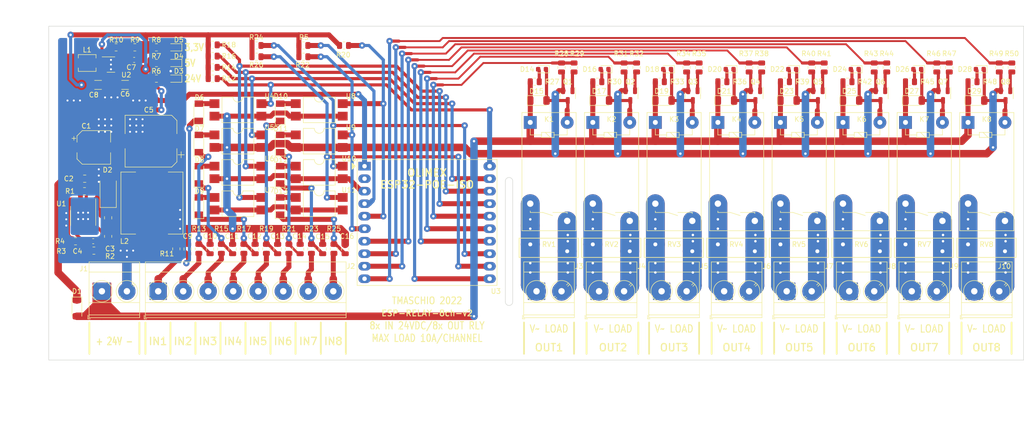
<source format=kicad_pcb>
(kicad_pcb (version 20240108) (generator "pcbnew") (generator_version "8.0")
  (title_block (title "ESP 8 Relay Module"))
  (layers (0 "F.Cu" signal) (31 "B.Cu" signal) (34 "B.Paste" user) (35 "F.Paste" user) (36 "B.SilkS" user "B.Silkscreen") (37 "F.SilkS" user "F.Silkscreen") (38 "B.Mask" user) (39 "F.Mask" user) (44 "Edge.Cuts" user))
  (net 0 "")
  (net 1 "GNDREF")
  (net 2 "+24V")
  (net 3 "+5V")
  (net 4 "IN1")
  (net 5 "IN2")
  (net 6 "IN3")
  (net 7 "IN4")
  (net 8 "IN5")
  (net 9 "IN6")
  (net 10 "Net-(C3-Pad2)")
  (net 11 "Net-(C4-Pad2)")
  (net 12 "Net-(C7-Pad2)")
  (net 13 "Net-(J2-Pad2)")
  (net 14 "Net-(J2-Pad1)")
  (net 15 "OUT1")
  (net 16 "OUT2")
  (net 17 "OUT3")
  (net 18 "OUT4")
  (net 19 "OUT5")
  (net 20 "OUT6")
  (net 21 "Net-(C3-Pad1)")
  (net 22 "Net-(C11-Pad1)")
  (net 23 "Net-(C12-Pad1)")
  (net 24 "Net-(Q1-Pad1)")
  (net 25 "Net-(Q2-Pad1)")
  (net 26 "Net-(Q3-Pad1)")
  (net 27 "Net-(Q4-Pad1)")
  (net 28 "Net-(Q5-Pad1)")
  (net 29 "Net-(Q6-Pad1)")
  (net 30 "Net-(C13-Pad1)")
  (net 31 "Net-(C15-Pad1)")
  (net 32 "Net-(C16-Pad1)")
  (net 33 "Net-(D3-Pad2)")
  (net 34 "Net-(D4-Pad2)")
  (net 35 "Net-(C9-Pad1)")
  (net 36 "Net-(D5-Pad2)")
  (net 37 "Net-(D6-Pad2)")
  (net 38 "Net-(D7-Pad2)")
  (net 39 "Net-(D8-Pad2)")
  (net 40 "Net-(D9-Pad2)")
  (net 41 "Net-(C10-Pad1)")
  (net 42 "Net-(D11-Pad2)")
  (net 43 "Net-(D13-Pad2)")
  (net 44 "+3.3V")
  (net 45 "Net-(D10-Pad2)")
  (net 46 "Net-(D16-Pad1)")
  (net 47 "Net-(D16-Pad2)")
  (net 48 "Net-(D18-Pad1)")
  (net 49 "Net-(D18-Pad2)")
  (net 50 "Net-(D24-Pad1)")
  (net 51 "Net-(J3-Pad2)")
  (net 52 "Net-(J3-Pad1)")
  (net 53 "Net-(J4-Pad2)")
  (net 54 "Net-(J4-Pad1)")
  (net 55 "Net-(J5-Pad1)")
  (net 56 "Net-(J5-Pad2)")
  (net 57 "Net-(J6-Pad2)")
  (net 58 "Net-(J6-Pad1)")
  (net 59 "Net-(J7-Pad1)")
  (net 60 "Net-(J7-Pad2)")
  (net 61 "Net-(C14-Pad1)")
  (net 62 "Net-(D24-Pad2)")
  (net 63 "+VReg")
  (net 64 "Net-(D26-Pad1)")
  (net 65 "Net-(D12-Pad2)")
  (net 66 "Net-(D14-Pad1)")
  (net 67 "Net-(D14-Pad2)")
  (net 68 "Net-(D20-Pad1)")
  (net 69 "Net-(D20-Pad2)")
  (net 70 "Net-(D22-Pad1)")
  (net 71 "Net-(D22-Pad2)")
  (net 72 "Net-(D28-Pad2)")
  (net 73 "Net-(J2-Pad3)")
  (net 74 "Net-(J2-Pad4)")
  (net 75 "Net-(J2-Pad5)")
  (net 76 "Net-(J2-Pad6)")
  (net 77 "Net-(J2-Pad7)")
  (net 78 "Net-(J2-Pad8)")
  (net 79 "Net-(J8-Pad1)")
  (net 80 "Net-(J8-Pad2)")
  (net 81 "Net-(J9-Pad1)")
  (net 82 "Net-(J9-Pad2)")
  (net 83 "Net-(J10-Pad1)")
  (net 84 "Net-(J10-Pad2)")
  (net 85 "Net-(L1-Pad1)")
  (net 86 "Net-(Q7-Pad1)")
  (net 87 "Net-(Q8-Pad1)")
  (net 88 "Net-(D26-Pad2)")
  (net 89 "IN7")
  (net 90 "IN8")
  (net 91 "Net-(D28-Pad1)")
  (net 92 "OUT7")
  (net 93 "Net-(R1-Pad2)")
  (net 94 "OUT8")
  (net 95 "Net-(R2-Pad2)")
  (net 96 "Net-(R5-Pad2)")
  (footprint "Tales:TerminalBlock_Phoenix_MKDS-3-2-5.08_1x02_P5.08mm_Horizontal" (layer "F.Cu") (at 163.83 118.11)
    (property "Reference" "J3")
    (property "Value" "OUT1")
  )
  (footprint "Tales:Relay_SPST_Omron-G5PZ-1A" (layer "F.Cu") (at 162.56 83.82 -90)
    (property "Reference" "K1")
    (property "Value" "G5PZ-1A")
  )
  (footprint "Tales:RV_Disc_D12mm_W3.9mm_P7.5mm" (layer "F.Cu") (at 162.56 108.585)
    (property "Reference" "RV1")
    (property "Value" "250VAC")
  )
  (footprint "Tales:TerminalBlock_Phoenix_MKDS-3-2-5.08_1x02_P5.08mm_Horizontal" (layer "F.Cu") (at 214.63 118.11)
    (property "Reference" "J7")
    (property "Value" "OUT5")
  )
  (footprint "Tales:TerminalBlock_Phoenix_MKDS-3-2-5.08_1x02_P5.08mm_Horizontal" (layer "F.Cu") (at 176.53 118.11)
    (property "Reference" "J4")
    (property "Value" "OUT2")
  )
  (footprint "Tales:TerminalBlock_Phoenix_MKDS-3-2-5.08_1x02_P5.08mm_Horizontal" (layer "F.Cu") (at 227.33 118.11)
    (property "Reference" "J8")
    (property "Value" "OUT6")
  )
  (footprint "Tales:TerminalBlock_Phoenix_MKDS-3-2-5.08_1x02_P5.08mm_Horizontal" (layer "F.Cu") (at 189.23 118.11)
    (property "Reference" "J5")
    (property "Value" "OUT3")
  )
  (footprint "Tales:TerminalBlock_Phoenix_MKDS-3-2-5.08_1x02_P5.08mm_Horizontal" (layer "F.Cu") (at 240.03 118.11)
    (property "Reference" "J9")
    (property "Value" "OUT7")
  )
  (footprint "Tales:Relay_SPST_Omron-G5PZ-1A" (layer "F.Cu") (at 213.36 83.82 -90)
    (property "Reference" "K5")
    (property "Value" "G5PZ-1A")
  )
  (footprint "Tales:Relay_SPST_Omron-G5PZ-1A" (layer "F.Cu") (at 175.26 83.82 -90)
    (property "Reference" "K2")
    (property "Value" "G5PZ-1A")
  )
  (footprint "Tales:Relay_SPST_Omron-G5PZ-1A" (layer "F.Cu") (at 226.06 83.82 -90)
    (property "Reference" "K6")
    (property "Value" "G5PZ-1A")
  )
  (footprint "Tales:Relay_SPST_Omron-G5PZ-1A" (layer "F.Cu") (at 187.96 83.82 -90)
    (property "Reference" "K3")
    (property "Value" "G5PZ-1A")
  )
  (footprint "Tales:Relay_SPST_Omron-G5PZ-1A" (layer "F.Cu") (at 238.76 83.82 -90)
    (property "Reference" "K7")
    (property "Value" "G5PZ-1A")
  )
  (footprint "Tales:RV_Disc_D12mm_W3.9mm_P7.5mm" (layer "F.Cu") (at 213.36 108.585)
    (property "Reference" "RV5")
    (property "Value" "250VAC")
  )
  (footprint "Tales:RV_Disc_D12mm_W3.9mm_P7.5mm" (layer "F.Cu") (at 175.26 108.585)
    (property "Reference" "RV2")
    (property "Value" "250VAC")
  )
  (footprint "Tales:RV_Disc_D12mm_W3.9mm_P7.5mm" (layer "F.Cu") (at 226.06 108.585)
    (property "Reference" "RV6")
    (property "Value" "250VAC")
  )
  (footprint "Tales:RV_Disc_D12mm_W3.9mm_P7.5mm" (layer "F.Cu") (at 187.96 108.585)
    (property "Reference" "RV3")
    (property "Value" "250VAC")
  )
  (footprint "Tales:RV_Disc_D12mm_W3.9mm_P7.5mm" (layer "F.Cu") (at 238.76 108.585)
    (property "Reference" "RV7")
    (property "Value" "250VAC")
  )
  (footprint "Tales:D_SOD-123" (layer "F.Cu") (at 164.21 79.375)
    (property "Reference" "D15")
    (property "Value" "1N4148/SOD-123")
  )
  (footprint "Tales:Olimex_ESP32-POE_Pads" (layer "F.Cu") (at 128.905 92.71)
    (property "Reference" "U3")
    (property "Value" "Olimex_ESP32-POE")
  )
  (footprint "Tales:LED_0603_1608Metric" (layer "F.Cu") (at 164.9475 73.025 180)
    (property "Reference" "D14")
    (property "Value" "BLUE/0603")
  )
  (footprint "Tales:LED_0603_1608Metric" (layer "F.Cu") (at 215.7475 73.025 180)
    (property "Reference" "D22")
    (property "Value" "BLUE/0603")
  )
  (footprint "Tales:D_SOD-123" (layer "F.Cu") (at 215.01 79.375)
    (property "Reference" "D23")
    (property "Value" "1N4148/SOD-123")
  )
  (footprint "Tales:LED_0603_1608Metric" (layer "F.Cu") (at 177.6475 73.025 180)
    (property "Reference" "D16")
    (property "Value" "BLUE/0603")
  )
  (footprint "Tales:D_SOD-123" (layer "F.Cu") (at 176.91 79.375)
    (property "Reference" "D17")
    (property "Value" "1N4148/SOD-123")
  )
  (footprint "Tales:LED_0603_1608Metric" (layer "F.Cu") (at 228.4475 73.025 180)
    (property "Reference" "D24")
    (property "Value" "BLUE/0603")
  )
  (footprint "Tales:D_SOD-123" (layer "F.Cu") (at 227.71 79.375)
    (property "Reference" "D25")
    (property "Value" "1N4148/SOD-123")
  )
  (footprint "Tales:LED_0603_1608Metric" (layer "F.Cu") (at 190.3475 73.025 180)
    (property "Reference" "D18")
    (property "Value" "BLUE/0603")
  )
  (footprint "Tales:D_SOD-123" (layer "F.Cu") (at 189.61 79.375)
    (property "Reference" "D19")
    (property "Value" "1N4148/SOD-123")
  )
  (footprint "Tales:LED_0603_1608Metric" (layer "F.Cu") (at 241.1475 73.025 180)
    (property "Reference" "D26")
    (property "Value" "BLUE/0603")
  )
  (footprint "Tales:D_SOD-123" (layer "F.Cu") (at 240.41 79.375)
    (property "Reference" "D27")
    (property "Value" "1N4148/SOD-123")
  )
  (footprint "Tales:R_0805_2012Metric" (layer "F.Cu") (at 214.2725 75.565)
    (property "Reference" "R39")
    (property "Value" "4k7/0,125W/0805")
  )
  (footprint "Tales:R_0805_2012Metric" (layer "F.Cu") (at 176.1725 75.565)
    (property "Reference" "R30")
    (property "Value" "4k7/0,125W/0805")
  )
  (footprint "Tales:R_0805_2012Metric" (layer "F.Cu") (at 226.9725 75.565)
    (property "Reference" "R42")
    (property "Value" "4k7/0,125W/0805")
  )
  (footprint "Tales:R_0805_2012Metric" (layer "F.Cu") (at 188.8725 75.565)
    (property "Reference" "R33")
    (property "Value" "4k7/0,125W/0805")
  )
  (footprint "Tales:R_0805_2012Metric" (layer "F.Cu") (at 239.6725 75.565)
    (property "Reference" "R45")
    (property "Value" "4k7/0,125W/0805")
  )
  (footprint "Tales:R_0805_2012Metric" (layer "F.Cu") (at 171.45 72.6675 90)
    (property "Reference" "R29")
    (property "Value" "1k/0,125W/0805")
  )
  (footprint "Tales:R_0805_2012Metric" (layer "F.Cu") (at 222.25 72.6675 90)
    (property "Reference" "R41")
    (property "Value" "1k/0,125W/0805")
  )
  (footprint "Tales:R_0805_2012Metric" (layer "F.Cu") (at 184.15 72.6675 90)
    (property "Reference" "R32")
    (property "Value" "1k/0,125W/0805")
  )
  (footprint "Tales:R_0805_2012Metric" (layer "F.Cu") (at 234.95 72.6675 90)
    (property "Reference" "R44")
    (property "Value" "1k/0,125W/0805")
  )
  (footprint "Tales:R_0805_2012Metric" (layer "F.Cu") (at 196.85 72.6675 90)
    (property "Reference" "R35")
    (property "Value" "1k/0,125W/0805")
  )
  (footprint "Tales:R_0805_2012Metric" (layer "F.Cu") (at 247.65 72.6675 90)
    (property "Reference" "R47")
    (property "Value" "1k/0,125W/0805")
  )
  (footprint "Tales:R_0805_2012Metric" (layer "F.Cu") (at 163.4725 75.565)
    (property "Reference" "R27")
    (property "Value" "4k7/0,125W/0805")
  )
  (footprint "Tales:SOT-23" (layer "F.Cu") (at 233.68 78.375 -90)
    (property "Reference" "Q6")
    (property "Value" "MMBT2222A/SOT-23-3")
  )
  (footprint "Tales:D_MiniMELF" (layer "F.Cu") (at 111.765 100.81 90)
    (property "Reference" "D13")
    (property "Value" "9V1/500mW")
  )
  (footprint "Tales:RV_Disc_D12mm_W3.9mm_P7.5mm" (layer "F.Cu") (at 251.46 108.585)
    (property "Reference" "RV8")
    (property "Value" "250VAC")
  )
  (footprint "Tales:R_0805_2012Metric" (layer "F.Cu") (at 95.255 109.4975 -90)
    (property "Reference" "R13")
    (property "Value" "1k2/0,125W/0805")
  )
  (footprint "Tales:R_0805_2012Metric" (layer "F.Cu") (at 106.9625 70.485)
    (property "Reference" "R26")
    (property "Value" "3k3/0,125W/0805")
  )
  (footprint "Tales:D_MiniMELF" (layer "F.Cu") (at 95.255 81.76 90)
    (property "Reference" "D6")
    (property "Value" "9V1/500mW")
  )
  (footprint "Tales:C_0805_2012Metric" (layer "F.Cu") (at 111.257 109.535 90)
    (property "Reference" "C13")
    (property "Value" "33nF/50V/0805")
  )
  (footprint "Tales:C_0603_1608Metric" (layer "F.Cu") (at 82.1225 71.12 180)
    (property "Reference" "C7")
    (property "Value" "22pF/50V/0603")
  )
  (footprint "Tales:C_0603_1608Metric" (layer "F.Cu") (at 73.805 107.95 180)
    (property "Reference" "C4")
    (property "Value" "12pF/50V/0603")
  )
  (footprint "Tales:SOIC-8-1EP_3.9x4.9mm_P1.27mm_EP2.29x3mm_ThermalVias" (layer "F.Cu") (at 71.76 102.805 -90)
    (property "Reference" "U1")
    (property "Value" "TX4138")
  )
  (footprint "Tales:R_0805_2012Metric" (layer "F.Cu") (at 181.61 72.6675 -90)
    (property "Reference" "R31")
    (property "Value" "10k/0,125W/0805")
  )
  (footprint "Tales:LED_0603_1608Metric" (layer "F.Cu") (at 90.3225 68.58 180)
    (property "Reference" "D5")
    (property "Value" "BLUE/0603")
  )
  (footprint "Tales:LED_0603_1608Metric" (layer "F.Cu") (at 203.0475 73.025 180)
    (property "Reference" "D20")
    (property "Value" "BLUE/0603")
  )
  (footprint "Tales:R_0805_2012Metric" (layer "F.Cu") (at 106.9625 68.199)
    (property "Reference" "R24")
    (property "Value" "3k3/0,125W/0805")
  )
  (footprint "Tales:R_0805_2012Metric" (layer "F.Cu") (at 98.0725 74.93)
    (property "Reference" "R12")
    (property "Value" "3k3/0,125W/0805")
  )
  (footprint "Tales:R_0805_2012Metric" (layer "F.Cu") (at 73.9425 109.855 180)
    (property "Reference" "R3")
    (property "Value" "300k/0,125W/0805")
  )
  (footprint "Tales:D_MiniMELF" (layer "F.Cu") (at 95.255 88.11 90)
    (property "Reference" "D7")
    (property "Value" "9V1/500mW")
  )
  (footprint "Tales:R_0805_2012Metric" (layer "F.Cu") (at 118.115 109.4975 -90)
    (property "Reference" "R23")
    (property "Value" "1k2/0,125W/0805")
  )
  (footprint "Tales:D_MiniMELF" (layer "F.Cu") (at 111.765 94.46 90)
    (property "Reference" "D12")
    (property "Value" "9V1/500mW")
  )
  (footprint "Tales:R_0805_2012Metric" (layer "F.Cu") (at 78.45 68.58 180)
    (property "Reference" "R10")
    (property "Value" "22,1k/0,125W/0805")
  )
  (footprint "Tales:TerminalBlock_Phoenix_MKDS-3-2-5.08_1x02_P5.08mm_Horizontal" (layer "F.Cu") (at 75.565 118.11)
    (property "Reference" "J1")
    (property "Value" "+24VDC")
  )
  (footprint "Tales:C_0805_2012Metric" (layer "F.Cu") (at 102.113 109.535 90)
    (property "Reference" "C11")
    (property "Value" "33nF/50V/0805")
  )
  (footprint "Tales:R_0805_2012Metric" (layer "F.Cu") (at 104.399 109.4975 -90)
    (property "Reference" "R17")
    (property "Value" "1k2/0,125W/0805")
  )
  (footprint "Tales:R_0805_2012Metric" (layer "F.Cu") (at 219.71 72.6675 -90)
    (property "Reference" "R40")
    (property "Value" "10k/0,125W/0805")
  )
  (footprint "Tales:R_0805_2012Metric" (layer "F.Cu") (at 72.0375 97.79)
    (property "Reference" "R1")
    (property "Value" "30mR/0,250W/0805")
  )
  (footprint "Tales:D_SOD-123" (layer "F.Cu") (at 253.11 79.375)
    (property "Reference" "D29")
    (property "Value" "1N4148/SOD-123")
  )
  (footprint "Tales:LED_0603_1608Metric" (layer "F.Cu") (at 253.8475 73.025 180)
    (property "Reference" "D28")
    (property "Value" "BLUE/0603")
  )
  (footprint "Tales:D_MiniMELF" (layer "F.Cu") (at 111.765 88.11 90)
    (property "Reference" "D11")
    (property "Value" "9V1/500mW")
  )
  (footprint "Tales:R_0805_2012Metric" (layer "F.Cu") (at 98.0725 72.644)
    (property "Reference" "R14")
    (property "Value" "3k3/0,125W/0805")
  )
  (footprint "Tales:R_0805_2012Metric" (layer "F.Cu") (at 209.55 72.6675 90)
    (property "Reference" "R38")
    (property "Value" "1k/0,125W/0805")
  )
  (footprint "Tales:R_0805_2012Metric" (layer "F.Cu") (at 168.91 72.6675 -90)
    (property "Reference" "R28")
    (property "Value" "10k/0,125W/0805")
  )
  (footprint "Tales:C_1206_3216Metric" (layer "F.Cu") (at 80.2825 76.2 180)
    (property "Reference" "C6")
    (property "Value" "10uF/16V/1206")
  )
  (footprint "Package_DIP:SMDIP-4_W9.53mm" (layer "F.Cu") (at 103.195 93.98)
    (property "Reference" "U6")
    (property "Value" "LTV-817S")
  )
  (footprint "Tales:R_0805_2012Metric" (layer "F.Cu") (at 207.01 72.6675 -90)
    (property "Reference" "R37")
    (property "Value" "10k/0,125W/0805")
  )
  (footprint "Tales:TerminalBlock_Phoenix_MKDS-3-8-5.08_1x08_P5.08mm_Horizontal" (layer "F.Cu") (at 87 118.11)
    (property "Reference" "J2")
    (property "Value" "INPUTS")
  )
  (footprint "Tales:R_0805_2012Metric" (layer "F.Cu") (at 76.84 106.9575 -90)
    (property "Reference" "R2")
    (property "Value" "5R1/0,125W/0805")
  )
  (footprint "Tales:R_0805_2012Metric" (layer "F.Cu") (at 86.6425 68.58)
    (property "Reference" "R8")
    (property "Value" "330R/0,125W/0805")
  )
  (footprint "Tales:R_0805_2012Metric" (layer "F.Cu") (at 98.0725 70.358)
    (property "Reference" "R16")
    (property "Value" "3k3/0,125W/0805")
  )
  (footprint "Package_DIP:SMDIP-4_W9.53mm" (layer "F.Cu") (at 103.195 87.63)
    (property "Reference" "U5")
    (property "Value" "LTV-817S")
  )
  (footprint "Tales:R_0805_2012Metric" (layer "F.Cu") (at 86.6425 74.93)
    (property "Reference" "R6")
    (property "Value" "5k6/0,125W/0805")
  )
  (footprint "Package_DIP:SMDIP-4_W9.53mm" (layer "F.Cu") (at 119.705 100.33)
    (property "Reference" "U11")
    (property "Value" "LTV-817S")
  )
  (footprint "Tales:TerminalBlock_Phoenix_MKDS-3-2-5.08_1x02_P5.08mm_Horizontal" (layer "F.Cu") (at 252.73 118.11)
    (property "Reference" "J10")
    (property "Value" "OUT8")
  )
  (footprint "Tales:Relay_SPST_Omron-G5PZ-1A" (layer "F.Cu") (at 200.66 83.82 -90)
    (property "Reference" "K4")
    (property "Value" "G5PZ-1A")
  )
  (footprint "Tales:SOT-23" (layer "F.Cu") (at 195.58 78.375 -90)
    (property "Reference" "Q3")
    (property "Value" "MMBT2222A/SOT-23-3")
  )
  (footprint "Tales:R_0805_2012Metric" (layer "F.Cu") (at 245.115 72.6675 -90)
    (property "Reference" "R46")
    (property "Value" "10k/0,125W/0805")
  )
  (footprint "Tales:Relay_SPST_Omron-G5PZ-1A" (layer "F.Cu") (at 251.46 83.82 -90)
    (property "Reference" "K8")
    (property "Value" "G5PZ-1A")
  )
  (footprint "Tales:R_0805_2012Metric" (layer "F.Cu") (at 232.41 72.6675 -90)
    (property "Reference" "R43")
    (property "Value" "10k/0,125W/0805")
  )
  (footprint "Tales:SOT-23" (layer "F.Cu") (at 182.88 78.375 -90)
    (property "Reference" "Q2")
    (property "Value" "MMBT2222A/SOT-23-3")
  )
  (footprint "Tales:SOT-23" (layer "F.Cu") (at 246.38 78.375 -90)
    (property "Reference" "Q7")
    (property "Value" "MMBT2222A/SOT-23-3")
  )
  (footprint "Tales:D_SMA" (layer "F.Cu") (at 76.84 97.695 90)
    (property "Reference" "D2")
    (property "Value" "SS510")
  )
  (footprint "Tales:D_SOD-123" (layer "F.Cu") (at 202.31 79.375)
    (property "Reference" "D21")
    (property "Value" "1N4148/SOD-123")
  )
  (footprint "Tales:LED_0603_1608Metric" (layer "F.Cu") (at 90.3225 74.93 180)
    (property "Reference" "D3")
    (property "Value" "BLUE/0603")
  )
  (footprint "Tales:R_0805_2012Metric" (layer "F.Cu") (at 82.26 68.58 180)
    (property "Reference" "R9")
    (property "Value" "100k/0,125W/0805")
  )
  (footprint "Tales:C_1206_3216Metric" (layer "F.Cu") (at 74.7925 76.2)
    (property "Reference" "C8")
    (property "Value" "10uF/16V/1206")
  )
  (footprint "Tales:CP_Elec_10x10" (layer "F.Cu") (at 85.54 87.63 180)
    (property "Reference" "C5")
    (property "Value" "470uF/16V/10x10")
  )
  (footprint "Tales:R_0805_2012Metric" (layer "F.Cu") (at 194.31 72.6675 -90)
    (property "Reference" "R34")
    (property "Value" "10k/0,125W/0805")
  )
  (footprint "Tales:R_0805_2012Metric" (layer "F.Cu") (at 122.687 109.4975 -90)
    (property "Reference" "R25")
    (property "Value" "1k2/0,125W/0805")
  )
  (footprint "Tales:C_0805_2012Metric" (layer "F.Cu") (at 92.969 109.535 90)
    (property "Reference" "C9")
    (property "Value" "33nF/50V/0805")
  )
  (footprint "Tales:TerminalBlock_Phoenix_MKDS-3-2-5.08_1x02_P5.08mm_Horizontal" (layer "F.Cu") (at 201.93 118.11)
    (property "Reference" "J6")
    (property "Value" "OUT4")
  )
  (footprint "Package_DIP:SMDIP-4_W9.53mm" (layer "F.Cu") (at 119.705 87.63)
    (property "Reference" "U9")
    (property "Value" "LTV-817S")
  )
  (footprint "Tales:R_0805_2012Metric" (layer "F.Cu") (at 252.3725 75.565)
    (property "Reference" "R48")
    (property "Value" "4k7/0,125W/0805")
  )
  (footprint "Tales:TSOT-23-5" (layer "F.Cu") (at 77.405 72.07)
    (property "Reference" "U2")
    (property "Value" "SY8089A1AAC")
  )
  (footprint "Tales:SOT-23" (layer "F.Cu") (at 170.18 78.375 -90)
    (property "Reference" "Q1")
    (property "Value" "MMBT2222A/SOT-23-3")
  )
  (footprint "Tales:D_SOD-123" (layer "F.Cu") (at 70.49 121.54 -90)
    (property "Reference" "D1")
    (property "Value" "SM4007PL/SOD-123")
  )
  (footprint "Package_DIP:SMDIP-4_W9.53mm" (layer "F.Cu") (at 119.705 93.98)
    (property "Reference" "U10")
    (property "Value" "LTV-817S")
  )
  (footprint "Tales:RV_Disc_D12mm_W3.9mm_P7.5mm" (layer "F.Cu") (at 200.66 108.585)
    (property "Reference" "RV4")
    (property "Value" "250VAC")
  )
  (footprint "Tales:R_0805_2012Metric" (layer "F.Cu") (at 99.827 109.4975 -90)
    (property "Reference" "R15")
    (property "Value" "1k2/0,125W/0805")
  )
  (footprint "Tales:R_0805_2012Metric" (layer "F.Cu") (at 124.7425 68.199)
    (property "Reference" "R20")
    (property "Value" "3k3/0,125W/0805")
  )
  (footprint "Tales:SOT-23" (layer "F.Cu") (at 220.98 78.375 -90)
    (property "Reference" "Q5")
    (property "Value" "MMBT2222A/SOT-23-3")
  )
  (footprint "Package_DIP:SMDIP-4_W9.53mm" (layer "F.Cu") (at 103.195 81.28)
    (property "Reference" "U4")
    (property "Value" "LTV-817S")
  )
  (footprint "Tales:R_0805_2012Metric" (layer "F.Cu") (at 201.5725 75.565)
    (property "Reference" "R36")
    (property "Value" "4k7/0,125W/0805")
  )
  (footprint "Tales:C_0805_2012Metric" (layer "F.Cu") (at 76.84 103.19 90)
    (property "Reference" "C3")
    (property "Value" "0,1uF/50V/0805")
  )
  (footprint "Tales:C_0805_2012Metric" (layer "F.Cu") (at 97.541 109.535 90)
    (property "Reference" "C10")
    (property "Value" "33nF/50V/0805")
  )
  (footprint "Tales:C_0805_2012Metric" (layer "F.Cu") (at 106.685 109.535 90)
    (property "Reference" "C12")
    (property "Value" "33nF/50V/0805")
  )
  (footprint "Tales:C_0805_2012Metric" (layer "F.Cu") (at 124.973 109.535 90)
    (property "Reference" "C16")
    (property "Value" "33nF/50V/0805")
  )
  (footprint "Tales:C_0805_2012Metric" (layer "F.Cu") (at 72.075 95.25)
    (property "Reference" "C2")
    (property "Value" "0,1uF/50V/0805")
  )
  (footprint "Tales:R_0805_2012Metric" (layer "F.Cu") (at 116.4875 68.199)
    (property "Reference" "R5")
    (property "Value" "4k7/0,125W/0805")
  )
  (footprint "Tales:D_MiniMELF" (layer "F.Cu") (at 95.255 94.46 90)
    (property "Reference" "D8")
    (property "Value" "9V1/500mW")
  )
  (footprint "Tales:R_0805_2012Metric" (layer "F.Cu") (at 116.4875 70.485)
    (property "Reference" "R22")
    (property "Value" "3k3/0,125W/0805")
  )
  (footprint "Tales:R_0805_2012Metric" (layer "F.Cu") (at 113.543 109.4975 -90)
    (property "Reference" "R21")
    (property "Value" "1k2/0,125W/0805")
  )
  (footprint "Package_DIP:SMDIP-4_W9.53mm" (layer "F.Cu") (at 103.195 100.33)
    (property "Reference" "U7")
    (property "Value" "LTV-817S")
  )
  (footprint "Tales:C_0805_2012Metric" (layer "F.Cu") (at 115.829 109.535 90)
    (property "Reference" "C14")
    (property "Value" "33nF/50V/0805")
  )
  (footprint "Tales:LED_0603_1608Metric" (layer "F.Cu") (at 90.3225 71.755 180)
    (property "Reference" "D4")
    (property "Value" "BLUE/0603")
  )
  (footprint "Tales:R_0805_2012Metric" (layer "F.Cu") (at 98.0725 68.072)
    (property "Reference" "R18")
    (property "Value" "3k3/0,125W/0805")
  )
  (footprint "Tales:R_0805_2012Metric" (layer "F.Cu") (at 86.6425 71.755)
    (property "Reference" "R7")
    (property "Value" "820R/0,125W/0805")
  )
  (footprint "Tales:SOT-23" (layer "F.Cu") (at 259.08 78.375 -90)
    (property "Reference" "Q8")
    (property "Value" "MMBT2222A/SOT-23-3")
  )
  (footprint "Tales:R_0805_2012Metric" (layer "F.Cu") (at 260.35 72.6675 90)
    (property "Reference" "R50")
    (property "Value" "1k/0,125W/0805")
  )
  (footprint "Tales:CP_Elec_6.3x5.4" (layer "F.Cu") (at 73.925 88.9)
    (property "Reference" "C1")
    (property "Value" "47uF/35V/6,3x5,4")
  )
  (footprint "Package_DIP:SMDIP-4_W9.53mm" (layer "F.Cu") (at 119.705 81.28)
    (property "Reference" "U8")
    (property "Value" "LTV-817S")
  )
  (footprint "Tales:R_0805_2012Metric" (layer "F.Cu") (at 108.971 109.4975 -90)
    (property "Reference" "R19")
    (property "Value" "1k2/0,125W/0805")
  )
  (footprint "Tales:R_0805_2012Metric" (layer "F.Cu") (at 90.683 109.4975 -90)
    (property "Reference" "R11")
    (property "Value" "1k2/0,125W/0805")
  )
  (footprint "Tales:D_MiniMELF" (layer "F.Cu") (at 111.765 81.76 90)
    (property "Reference" "D10")
    (property "Value" "9V1/500mW")
  )
  (footprint "Tales:R_0805_2012Metric" (layer "F.Cu") (at 257.81 72.6675 -90)
    (property "Reference" "R49")
    (property "Value" "10k/0,125W/0805")
  )
  (footprint "Tales:R_0805_2012Metric" (layer "F.Cu") (at 70.2125 107.95 180)
    (property "Reference" "R4")
    (property "Value" "57,6k/0,125W/0805")
  )
  (footprint "Tales:C_0805_2012Metric" (layer "F.Cu") (at 120.401 109.535 90)
    (property "Reference" "C15")
    (property "Value" "33nF/50V/0805")
  )
  (footprint "Tales:L_3x3_H1.5" (layer "F.Cu") (at 72.5775 71.755 180)
    (property "Reference" "L1")
    (property "Value" "2,2uH 1,5A")
  )
  (footprint "Tales:D_MiniMELF" (layer "F.Cu") (at 95.255 100.81 90)
    (property "Reference" "D9")
    (property "Value" "9V1/500mW")
  )
  (footprint "Tales:L_12x12mm_H6mm" (layer "F.Cu") (at 85.73 100.2 90)
    (property "Reference" "L2")
    (property "Value" "33uH 2,1A")
  )
  (footprint "Tales:SOT-23" (layer "F.Cu") (at 208.28 78.375 -90)
    (property "Reference" "Q4")
    (property "Value" "MMBT2222A/SOT-23-3")
  )
  (gr_line (start 83.19 124.46) (end 83.19 130.81) (stroke (width 0.35)) (layer "F.SilkS"))
  (gr_line (start 250.14 124.46) (end 250.14 130.81) (stroke (width 0.35)) (layer "F.SilkS"))
  (gr_line (start 196.85 124.46) (end 196.85 130.81) (stroke (width 0.35)) (layer "F.SilkS"))
  (gr_line (start 171.45 124.46) (end 171.45 130.81) (stroke (width 0.35)) (layer "F.SilkS"))
  (gr_line (start 84.41 124.46) (end 84.41 130.81) (stroke (width 0.35)) (layer "F.SilkS"))
  (gr_line (start 222.25 124.46) (end 222.25 130.81) (stroke (width 0.35)) (layer "F.SilkS"))
  (gr_line (start 234.95 124.46) (end 234.95 130.81) (stroke (width 0.35)) (layer "F.SilkS"))
  (gr_line (start 89.49 124.46) (end 89.49 130.81) (stroke (width 0.35)) (layer "F.SilkS"))
  (gr_line (start 209.55 124.46) (end 209.55 130.81) (stroke (width 0.35)) (layer "F.SilkS"))
  (gr_line (start 94.57 124.46) (end 94.57 130.81) (stroke (width 0.35)) (layer "F.SilkS"))
  (gr_line (start 184.51 124.46) (end 184.51 130.81) (stroke (width 0.35)) (layer "F.SilkS"))
  (gr_line (start 99.65 124.46) (end 99.65 130.81) (stroke (width 0.35)) (layer "F.SilkS"))
  (gr_line (start 173.99 124.46) (end 173.99 130.81) (stroke (width 0.35)) (layer "F.SilkS"))
  (gr_line (start 114.89 124.46) (end 114.89 130.81) (stroke (width 0.35)) (layer "F.SilkS"))
  (gr_line (start 125.1 124.46) (end 125.1 130.81) (stroke (width 0.35)) (layer "F.SilkS"))
  (gr_line (start 104.73 124.46) (end 104.73 130.81) (stroke (width 0.35)) (layer "F.SilkS"))
  (gr_line (start 260.3 124.46) (end 260.3 130.81) (stroke (width 0.35)) (layer "F.SilkS"))
  (gr_line (start 199.39 124.46) (end 199.39 130.81) (stroke (width 0.35)) (layer "F.SilkS"))
  (gr_line (start 73.03 124.46) (end 73.03 130.81) (stroke (width 0.35)) (layer "F.SilkS"))
  (gr_line (start 120.02 124.46) (end 120.02 130.81) (stroke (width 0.35)) (layer "F.SilkS"))
  (gr_line (start 186.69 124.46) (end 186.69 130.81) (stroke (width 0.35)) (layer "F.SilkS"))
  (gr_line (start 212.09 124.46) (end 212.09 130.81) (stroke (width 0.35)) (layer "F.SilkS"))
  (gr_line (start 109.81 124.46) (end 109.81 130.81) (stroke (width 0.35)) (layer "F.SilkS"))
  (gr_line (start 247.65 124.46) (end 247.65 130.81) (stroke (width 0.35)) (layer "F.SilkS"))
  (gr_line (start 161.29 124.46) (end 161.29 130.81) (stroke (width 0.35)) (layer "F.SilkS"))
  (gr_line (start 224.79 124.46) (end 224.79 130.81) (stroke (width 0.35)) (layer "F.SilkS"))
  (gr_line (start 237.49 124.46) (end 237.49 130.81) (stroke (width 0.35)) (layer "F.SilkS"))
  (gr_arc (start 157.5 95.75) (mid 158.25 95) (end 159 95.75) (stroke (width 0.1)) (layer "Edge.Cuts"))
  (gr_rect (start 64.77 64.28) (end 262.77 132.08) (stroke (width 0.1)) (fill none) (layer "Edge.Cuts"))
  (gr_line (start 159 120.25) (end 159 95.75) (stroke (width 0.1)) (layer "Edge.Cuts"))
  (gr_line (start 157.5 95.75) (end 157.5 120.25) (stroke (width 0.1)) (layer "Edge.Cuts"))
  (gr_arc (start 159 120.25) (mid 158.25 121) (end 157.5 120.25) (stroke (width 0.1)) (layer "Edge.Cuts"))
  (gr_text "OUT2" (at 179.37 129.54 0) (layer "F.SilkS") (effects (font (size 1.5 1.5) (thickness 0.25))))
  (gr_text "OUT1" (at 166.37 129.54 0) (layer "F.SilkS") (effects (font (size 1.5 1.5) (thickness 0.25))))
  (gr_text "OUT3" (at 191.77 129.54 0) (layer "F.SilkS") (effects (font (size 1.5 1.5) (thickness 0.25))))
  (gr_text "24V" (at 92.202 74.93 0) (layer "F.SilkS") (effects (font (size 1.4 1.2) (thickness 0.25)) (justify left)))
  (gr_text "OUT5" (at 217.17 129.54 0) (layer "F.SilkS") (effects (font (size 1.5 1.5) (thickness 0.25))))
  (gr_text "OUT4" (at 204.47 129.54 0) (layer "F.SilkS") (effects (font (size 1.5 1.5) (thickness 0.25))))
  (gr_text "OUT6" (at 229.87 129.54 0) (layer "F.SilkS") (effects (font (size 1.5 1.5) (thickness 0.25))))
  (gr_text "3,3V" (at 92.202 68.58 0) (layer "F.SilkS") (effects (font (size 1.4 1.2) (thickness 0.25)) (justify left)))
  (gr_text "+ 24V -" (at 78.11 128.27 0) (layer "F.SilkS") (effects (font (size 1.5 1.1) (thickness 0.25))))
  (gr_text "V~ LOAD" (at 229.87 125.73 0) (layer "F.SilkS") (effects (font (size 1.5 1.3) (thickness 0.2))))
  (gr_text "IN5" (at 107.27 128.27 0) (layer "F.SilkS") (effects (font (size 1.5 1.5) (thickness 0.25))))
  (gr_text "V~ LOAD" (at 242.57 125.73 0) (layer "F.SilkS") (effects (font (size 1.5 1.3) (thickness 0.2))))
  (gr_text "IN8" (at 122.56 128.27 0) (layer "F.SilkS") (effects (font (size 1.5 1.5) (thickness 0.25))))
  (gr_text "OUT8" (at 255.22 129.54 0) (layer "F.SilkS") (effects (font (size 1.5 1.5) (thickness 0.25))))
  (gr_text "V~ LOAD" (at 217.17 125.73 0) (layer "F.SilkS") (effects (font (size 1.5 1.3) (thickness 0.2))))
  (gr_text "ESP-RELAY-8ch-v2" (at 141.605 122.555 0) (layer "F.SilkS") (effects (font (size 1.2 1.2) (thickness 0.2))))
  (gr_text "IN4" (at 102.19 128.27 0) (layer "F.SilkS") (effects (font (size 1.5 1.5) (thickness 0.25))))
  (gr_text "MAX LOAD 10A/CHANNEL" (at 141.605 127.635 0) (layer "F.SilkS") (effects (font (size 1.5 1.2) (thickness 0.2))))
  (gr_text "8x IN 24VDC/8x OUT RLY" (at 141.605 125.095 0) (layer "F.SilkS") (effects (font (size 1.5 1.2) (thickness 0.2))))
  (gr_text "V~ LOAD" (at 255.22 125.73 0) (layer "F.SilkS") (effects (font (size 1.5 1.3) (thickness 0.2))))
  (gr_text "OUT7" (at 242.57 129.54 0) (layer "F.SilkS") (effects (font (size 1.5 1.5) (thickness 0.25))))
  (gr_text "V~ LOAD" (at 179.37 125.73 0) (layer "F.SilkS") (effects (font (size 1.5 1.3) (thickness 0.2))))
  (gr_text "IN6" (at 112.35 128.27 0) (layer "F.SilkS") (effects (font (size 1.5 1.5) (thickness 0.25))))
  (gr_text "IN7" (at 117.48 128.27 0) (layer "F.SilkS") (effects (font (size 1.5 1.5) (thickness 0.25))))
  (gr_text "IN3" (at 97.11 128.27 0) (layer "F.SilkS") (effects (font (size 1.5 1.5) (thickness 0.25))))
  (gr_text "OLIMEX\nESP32-POE-ISO" (at 141.605 95.25 0) (layer "F.SilkS") (effects (font (size 1.5 1.5) (thickness 0.25))))
  (gr_text "5V" (at 92.202 71.755 0) (layer "F.SilkS") (effects (font (size 1.4 1.2) (thickness 0.25)) (justify left)))
  (gr_text "V~ LOAD" (at 204.47 125.73 0) (layer "F.SilkS") (effects (font (size 1.5 1.3) (thickness 0.2))))
  (gr_text "TMASCHIO 2022" (at 141.605 120.015 0) (layer "F.SilkS") (effects (font (size 1.4 1.2) (thickness 0.2))))
  (gr_text "V~ LOAD" (at 166.37 125.73 0) (layer "F.SilkS") (effects (font (size 1.5 1.3) (thickness 0.2))))
  (gr_text "IN2" (at 92.03 128.27 0) (layer "F.SilkS") (effects (font (size 1.5 1.5) (thickness 0.25))))
  (gr_text "V~ LOAD" (at 191.77 125.73 0) (layer "F.SilkS") (effects (font (size 1.5 1.3) (thickness 0.2))))
  (gr_text "IN1" (at 86.95 128.27 0) (layer "F.SilkS") (effects (font (size 1.5 1.5) (thickness 0.25))))
  (segment (start 123.957 105.41) (end 106.685 105.41) (width 1.524) (layer "F.Cu") (net 1))
  (segment (start 218.44 90.17) (end 231.14 90.17) (width 1.524) (layer "F.Cu") (net 1))
  (segment (start 113.03 100.965) (end 113.665 101.6) (width 1.016) (layer "F.Cu") (net 1))
  (segment (start 219.17 77.375) (end 218.44 78.105) (width 1.016) (layer "F.Cu") (net 1))
  (segment (start 207.33 77.375) (end 206.47 77.375) (width 1.016) (layer "F.Cu") (net 1))
  (segment (start 113.665 101.6) (end 114.935 101.6) (width 1.016) (layer "F.Cu") (net 1))
  (segment (start 80.65 109.855) (end 81.92 109.855) (width 1.905) (layer "F.Cu") (net 1))
  (segment (start 258.13 77.375) (end 258.13 73.9) (width 0.635) (layer "F.Cu") (net 1))
  (segment (start 205.74 90.17) (end 218.44 90.17) (width 1.524) (layer "F.Cu") (net 1))
  (segment (start 91.115 71.755) (end 91.115 74.93) (width 0.635) (layer "F.Cu") (net 1))
  (segment (start 107.955 95.25) (end 109.855 95.25) (width 1.016) (layer "F.Cu") (net 1))
  (segment (start 245.43 77.375) (end 245.43 73.895) (width 0.635) (layer "F.Cu") (net 1))
  (segment (start 107.96 88.9) (end 109.733 88.9) (width 1.524) (layer "F.Cu") (net 1))
  (segment (start 255.27 90.17) (end 256.54 88.9) (width 1.524) (layer "F.Cu") (net 1))
  (segment (start 193.77 77.375) (end 193.04 78.105) (width 1.016) (layer "F.Cu") (net 1))
  (segment (start 181.07 77.375) (end 180.34 78.105) (width 1.016) (layer "F.Cu") (net 1))
  (segment (start 245.43 77.375) (end 244.57 77.375) (width 1.016) (layer "F.Cu") (net 1))
  (segment (start 111.257 108.585) (end 111.257 105.41) (width 1.016) (layer "F.Cu") (net 1))
  (segment (start 124.973 108.585) (end 124.973 106.426) (width 1.524) (layer "F.Cu") (net 1))
  (segment (start 97.541 108.585) (end 97.541 105.41) (width 1.016) (layer "F.Cu") (net 1))
  (segment (start 258.13 77.375) (end 257.27 77.375) (width 1.016) (layer "F.Cu") (net 1))
  (segment (start 113.035 81.915) (end 113.67 82.55) (width 1.016) (layer "F.Cu") (net 1))
  (segment (start 102.113 108.585) (end 102.113 105.41) (width 1.016) (layer "F.Cu") (net 1))
  (segment (start 107.96 82.55) (end 109.86 82.55) (width 1.016) (layer "F.Cu") (net 1))
  (segment (start 113.162 88.138) (end 113.924 88.9) (width 1.524) (layer "F.Cu") (net 1))
  (segment (start 194.63 77.375) (end 194.63 73.9) (width 0.635) (layer "F.Cu") (net 1))
  (segment (start 207.33 77.375) (end 207.33 73.9) (width 0.635) (layer "F.Cu") (net 1))
  (segment (start 181.93 77.375) (end 181.93 73.9) (width 0.635) (layer "F.Cu") (net 1))
  (segment (start 89.54 73.406) (end 91.1148 73.406) (width 0.635) (layer "F.Cu") (net 1))
  (segment (start 77.4105 71.12) (end 77.4105 68.707) (width 0.635) (layer "F.Cu") (net 1))
  (segment (start 115.829 108.585) (end 115.829 105.41) (width 1.016) (layer "F.Cu") (net 1))
  (segment (start 98.43 95.25) (end 100.97 95.25) (width 1.016) (layer "F.Cu") (net 1))
  (segment (start 91.445 101.6) (end 91.445 105.41) (width 1.524) (layer "F.Cu") (net 1))
  (segment (start 110.495 88.138) (end 113.162 88.138) (width 1.524) (layer "F.Cu") (net 1))
  (segment (start 113.924 88.9) (end 114.94 88.9) (width 1.524) (layer "F.Cu") (net 1))
  (segment (start 150.5 90.17) (end 149.23 88.9) (width 1.524) (layer "F.Cu") (net 1))
  (segment (start 110.49 100.965) (end 113.03 100.965) (width 1.016) (layer "F.Cu") (net 1))
  (segment (start 167.64 90.17) (end 150.495 90.17) (width 1.524) (layer "F.Cu") (net 1))
  (segment (start 76.205 72.07) (end 77.405 72.07) (width 0.635) (layer "F.Cu") (net 1))
  (segment (start 113.665 95.25) (end 114.935 95.25) (width 1.016) (layer "F.Cu") (net 1))
  (segment (start 100.97 88.9) (end 107.96 88.9) (width 1.524) (layer "F.Cu") (net 1))
  (segment (start 68.331 106.981) (end 69.3 107.95) (width 0.635) (layer "F.Cu") (net 1))
  (segment (start 106.685 108.585) (end 106.685 105.41) (width 1.016) (layer "F.Cu") (net 1))
  (segment (start 113.67 82.55) (end 114.94 82.55) (width 1.016) (layer "F.Cu") (net 1))
  (segment (start 92.969 105.41) (end 91.445 105.41) (width 1.524) (layer "F.Cu") (net 1))
  (segment (start 78.8075 76.2) (end 76.2675 76.2) (width 0.635) (layer "F.Cu") (net 1))
  (segment (start 120.401 108.585) (end 120.401 105.41) (width 1.016) (layer "F.Cu") (net 1))
  (segment (start 80.65 109.855) (end 79.38 109.855) (width 1.905) (layer "F.Cu") (net 1))
  (segment (start 100.97 95.25) (end 107.96 95.25) (width 1.016) (layer "F.Cu") (net 1))
  (segment (start 100.97 101.6) (end 107.96 101.6) (width 1.016) (layer "F.Cu") (net 1))
  (segment (start 167.64 90.17) (end 180.34 90.17) (width 1.524) (layer "F.Cu") (net 1))
  (segment (start 80.65 109.855) (end 80.65 118.11) (width 1.905) (layer "F.Cu") (net 1))
  (segment (start 69.22 100.33) (end 68.331 101.219) (width 0.635) (layer "F.Cu") (net 1))
  (segment (start 257.27 77.375) (end 256.54 78.105) (width 1.016) (layer "F.Cu") (net 1))
  (segment (start 77.995 87.63) (end 81.54 87.63) (width 0.635) (layer "F.Cu") (net 1))
  (segment (start 114.94 88.9) (end 124.47 88.9) (width 1.524) (layer "F.Cu") (net 1))
  (segment (start 232.73 77.375) (end 232.73 73.9) (width 0.635) (layer "F.Cu") (net 1))
  (segment (start 194.63 77.375) (end 193.77 77.375) (width 1.016) (layer "F.Cu") (net 1))
  (segment (start 231.14 90.17) (end 243.84 90.17) (width 1.524) (layer "F.Cu") (net 1))
  (segment (start 77.4105 68.707) (end 77.5375 68.58) (width 0.635) (layer "F.Cu") (net 1))
  (segment (start 69.855 100.33) (end 69.22 100.33) (width 0.635) (layer "F.Cu") (net 1))
  (segment (start 109.855 95.25) (end 110.49 94.615) (width 1.016) (layer "F.Cu") (net 1))
  (segment (start 107.955 101.6) (end 109.855 101.6) (width 1.016) (layer "F.Cu") (net 1))
  (segment (start 125.735 95.25) (end 124.47 95.25) (width 1.016) (layer "F.Cu") (net 1))
  (segment (start 180.34 90.17) (end 193.04 90.17) (width 1.524) (layer "F.Cu") (net 1))
  (segment (start 76.725 88.9) (end 77.995 87.63) (width 0.635) (layer "F.Cu") (net 1))
  (segment (start 98.43 82.55) (end 100.97 82.55) (width 1.016) (layer "F.Cu") (net 1))
  (segment (start 114.94 82.55) (end 124.47 82.55) (width 1.016) (layer "F.Cu") (net 1))
  (segment (start 76.205 76.2625) (end 76.2675 76.2) (width 0.635) (layer "F.Cu") (net 1))
  (segment (start 98.43 101.6) (end 100.97 101.6) (width 1.016) (layer "F.Cu") (net 1))
  (segment (start 168.37 77.375) (end 167.64 78.105) (width 1.016) (layer "F.Cu") (net 1))
  (segment (start 113.03 94.615) (end 113.665 95.25) (width 1.016) (layer "F.Cu") (net 1))
  (segment (start 110.495 81.915) (end 113.035 81.915) (width 1.016) (layer "F.Cu") (net 1))
  (segment (start 149.23 88.9) (end 124.47 88.9) (width 1.524) (layer "F.Cu") (net 1))
  (segment (start 92.969 105.41) (end 92.969 108.585) (width 1.016) (layer "F.Cu") (net 1))
  (segment (start 98.43 88.9) (end 100.97 88.9) (width 1.524) (layer "F.Cu") (net 1))
  (segment (start 220.03 77.375) (end 220.03 73.9) (width 0.635) (layer "F.Cu") (net 1))
  (segment (start 232.73 77.375) (end 231.87 77.375) (width 1.016) (layer "F.Cu") (net 1))
  (segment (start 100.97 82.55) (end 107.96 82.55) (width 1.016) (layer "F.Cu") (net 1))
  (segment (start 181.93 77.375) (end 181.07 77.375) (width 1.016) (layer "F.Cu") (net 1))
  (segment (start 128.275 97.79) (end 125.735 95.25) (width 1.016) (layer "F.Cu") (net 1))
  (segment (start 76.205 78.74) (end 76.205 76.2625) (width 0.635) (layer "F.Cu") (net 1))
  (segment (start 244.57 77.375) (end 243.84 78.105) (width 1.016) (layer "F.Cu") (net 1))
  (segment (start 193.04 90.17) (end 205.74 90.17) (width 1.524) (layer "F.Cu") (net 1))
  (segment (start 124.973 106.426) (end 123.957 105.41) (width 1.524) (layer "F.Cu") (net 1))
  (segment (start 169.23 77.375) (end 168.37 77.375) (width 1.016) (layer "F.Cu") (net 1))
  (segment (start 102.113 105.41) (end 92.969 105.41) (width 1.524) (layer "F.Cu") (net 1))
  (segment (start 109.86 82.55) (end 110.495 81.915) (width 1.016) (layer "F.Cu") (net 1))
  (segment (start 206.47 77.375) (end 205.74 78.105) (width 1.016) (layer "F.Cu") (net 1))
  (segment (start 110.49 94.615) (end 113.03 94.615) (width 1.016) (layer "F.Cu") (net 1))
  (segment (start 231.87 77.375) (end 231.14 78.105) (width 1.016) (layer "F.Cu") (net 1))
  (segment (start 109.855 101.6) (end 110.49 100.965) (width 1.016) (layer "F.Cu") (net 1))
  (segment (start 114.94 95.25) (end 124.47 95.25) (width 1.016) (layer "F.Cu") (net 1))
  (segment (start 109.733 88.9) (end 110.495 88.138) (width 1.524) (layer "F.Cu") (net 1))
  (segment (start 114.94 101.6) (end 124.47 101.6) (width 1.016) (layer "F.Cu") (net 1))
  (segment (start 68.331 101.219) (end 68.331 106.981) (width 0.635) (layer "F.Cu") (net 1))
  (segment (start 220.03 77.375) (end 219.17 77.375) (width 1.016) (layer "F.Cu") (net 1))
  (segment (start 169.23 77.375) (end 169.23 73.9) (width 0.635) (layer "F.Cu") (net 1))
  (segment (start 102.113 105.41) (end 106.685 105.41) (width 1.524) (layer "F.Cu") (net 1))
  (segment (start 91.115 68.58) (end 91.115 71.755) (width 0.635) (layer "F.Cu") (net 1))
  (segment (start 243.84 90.17) (end 255.27 90.17) (width 1.524) (layer "F.Cu") (net 1))
  (via (at 180.34 90.17) (size 1.3) (drill 0.5) (layers "F.Cu" "B.Cu") (net 1))
  (via (at 74.935 83.185) (size 0.8) (drill 0.4) (layers "F.Cu" "B.Cu") (net 1))
  (via (at 77.405 72.07) (size 0.8) (drill 0.4) (layers "F.Cu" "B.Cu") (net 1))
  (via (at 100.97 95.25) (size 1.3) (drill 0.5) (layers "F.Cu" "B.Cu") (net 1))
  (via (at 68.331 104.775) (size 0.8) (drill 0.4) (layers "F.Cu" "B.Cu") (net 1))
  (via (at 82.555 83.185) (size 0.8) (drill 0.4) (layers "F.Cu" "B.Cu") (net 1))
  (via (at 79.38 109.855) (size 0.8) (drill 0.4) (layers "F.Cu" "B.Cu") (net 1))
  (via (at 80.65 109.855) (size 0.8) (drill 0.4) (layers "F.Cu" "B.Cu") (net 1))
  (via (at 74.935 84.455) (size 0.8) (drill 0.4) (layers "F.Cu" "B.Cu") (net 1))
  (via (at 77.475 85.725) (size 0.8) (drill 0.4) (layers "F.Cu" "B.Cu") (net 1))
  (via (at 77.475 83.185) (size 0.8) (drill 0.4) (layers "F.Cu" "B.Cu") (net 1))
  (via (at 243.84 78.105) (size 1.3) (drill 0.5) (layers "F.Cu" "B.Cu") (net 1))
  (via (at 83.825 83.185) (size 0.8) (drill 0.4) (layers "F.Cu" "B.Cu") (net 1))
  (via (at 76.205 83.185) (size 0.8) (drill 0.4) (layers "F.Cu" "B.Cu") (net 1))
  (via (at 83.825 85.725) (size 0.8) (drill 0.4) (layers "F.Cu" "B.Cu") (net 1))
  (via (at 89.54 73.406) (size 1.3) (drill 0.5) (layers "F.Cu" "B.Cu") (net 1))
  (via (at 74.935 94.615) (size 0.8) (drill 0.4) (layers "F.Cu" "B.Cu") (net 1))
  (via (at 76.205 78.74) (size 0.8) (drill 0.4) (layers "F.Cu" "B.Cu") (net 1))
  (via (at 180.34 78.105) (size 1.3) (drill 0.5) (layers "F.Cu" "B.Cu") (net 1))
  (via (at 80.65 111.125) (size 0.8) (drill 0.4) (layers "F.Cu" "B.Cu") (net 1))
  (via (at 76.205 85.725) (size 0.8) (drill 0.4) (layers "F.Cu" "B.Cu") (net 1))
  (via (at 205.74 78.105) (size 1.3) (drill 0.5) (layers "F.Cu" "B.Cu") (net 1))
  (via (at 193.04 78.105) (size 1.3) (drill 0.5) (layers "F.Cu" "B.Cu") (net 1))
  (via (at 81.92 79.375) (size 0.8) (drill 0.4) (layers "F.Cu" "B.Cu") (net 1))
  (via (at 68.331 102.235) (size 0.8) (drill 0.4) (layers "F.Cu" "B.Cu") (net 1))
  (via (at 71.125 79.375) (size 0.8) (drill 0.4) (layers "F.Cu" "B.Cu") (net 1))
  (via (at 91.445 103.505) (size 0.8) (drill 0.4) (layers "F.Cu" "B.Cu") (net 1))
  (via (at 68.331 103.505) (size 0.8) (drill 0.4) (layers "F.Cu" "B.Cu") (net 1))
  (via (at 77.4105 71.12) (size 0.8) (drill 0.4) (layers "F.Cu" "B.Cu") (net 1))
  (via (at 100.97 101.6) (size 1.3) (drill 0.5) (layers "F.Cu" "B.Cu") (net 1))
  (via (at 83.825 84.455) (size 0.8) (drill 0.4) (layers "F.Cu" "B.Cu") (net 1))
  (via (at 81.92 109.855) (size 0.8) (drill 0.4) (layers "F.Cu" "B.Cu") (net 1))
  (via (at 74.935 85.725) (size 0.8) (drill 0.4) (layers "F.Cu" "B.Cu") (net 1))
  (via (at 218.44 78.105) (size 1.3) (drill 0.5) (layers "F.Cu" "B.Cu") (net 1))
  (via (at 74.935 93.345) (size 0.8) (drill 0.4) (layers "F.Cu" "B.Cu") (net 1))
  (via (at 78.745 78.74) (size 0.8) (drill 0.4) (layers "F.Cu" "B.Cu") (net 1))
  (via (at 218.44 90.17) (size 1.3) (drill 0.5) (layers "F.Cu" "B.Cu") (net 1))
  (via (at 231.14 78.105) (size 1.3) (drill 0.5) (layers "F.Cu" "B.Cu") (net 1))
  (via (at 81.285 84.455) (size 0.8) (drill 0.4) (layers "F.Cu" "B.Cu") (net 1))
  (via (at 82.555 84.455) (size 0.8) (drill 0.4) (layers "F.Cu" "B.Cu") (net 1))
  (via (at 84.46 79.375) (size 0.8) (drill 0.4) (layers "F.Cu" "B.Cu") (net 1))
  (via (at 231.14 90.17) (size 1.3) (drill 0.5) (layers "F.Cu" "B.Cu") (net 1))
  (via (at 74.935 95.885) (size 0.8) (drill 0.4) (layers "F.Cu" "B.Cu") (net 1))
  (via (at 205.74 90.17) (size 1.3) (drill 0.5) (layers "F.Cu" "B.Cu") (net 1))
  (via (at 193.04 90.17) (size 1.3) (drill 0.5) (layers "F.Cu" "B.Cu") (net 1))
  (via (at 83.19 79.375) (size 0.8) (drill 0.4) (layers "F.Cu" "B.Cu") (net 1))
  (via (at 81.285 83.185) (size 0.8) (drill 0.4) (layers "F.Cu" "B.Cu") (net 1))
  (via (at 100.97 88.9) (size 1.3) (drill 0.5) (layers "F.Cu" "B.Cu") (net 1))
  (via (at 167.64 90.17) (size 1.3) (drill 0.5) (layers "F.Cu" "B.Cu") (net 1))
  (via (at 91.445 105.41) (size 0.8) (drill 0.4) (layers "F.Cu" "B.Cu") (net 1))
  (via (at 91.445 101.6) (size 0.8) (drill 0.4) (layers "F.Cu" "B.Cu") (net 1))
  (via (at 102.113 105.41) (size 1.3) (drill 0.5) (layers "F.Cu" "B.Cu") (net 1))
  (via (at 167.64 78.105) (size 1.3) (drill 0.5) (layers "F.Cu" "B.Cu") (net 1))
  (via (at 69.855 79.375) (size 0.8) (drill 0.4) (layers "F.Cu" "B.Cu") (net 1))
  (via (at 82.555 85.725) (size 0.8) (drill 0.4) (layers "F.Cu" "B.Cu") (net 1))
  (via (at 77.4105 73.025) (size 0.8) (drill 0.4) (layers "F.Cu" "B.Cu") (net 1))
  (via (at 81.285 85.725) (size 0.8) (drill 0.4) (layers "F.Cu" "B.Cu") (net 1))
  (via (at 256.54 78.105) (size 1.3) (drill 0.5) (layers "F.Cu" "B.Cu") (net 1))
  (via (at 100.97 82.55) (size 1.3) (drill 0.5) (layers "F.Cu" "B.Cu") (net 1))
  (via (at 77.475 84.455) (size 0.8) (drill 0.4) (layers "F.Cu" "B.Cu") (net 1))
  (via (at 68.585 79.375) (size 0.8) (drill 0.4) (layers "F.Cu" "B.Cu") (net 1))
  (via (at 76.205 84.455) (size 0.8) (drill 0.4) (layers "F.Cu" "B.Cu") (net 1))
  (via (at 256.54 88.9) (size 1.3) (drill 0.5) (layers "F.Cu" "B.Cu") (net 1))
  (via (at 77.475 78.74) (size 0.8) (drill 0.4) (layers "F.Cu" "B.Cu") (net 1))
  (via (at 243.84 90.17) (size 1.3) (drill 0.5) (layers "F.Cu" "B.Cu") (net 1))
  (segment (start 100.97 95.25) (end 100.97 88.9) (width 1.524) (layer "B.Cu") (net 1))
  (segment (start 218.44 78.105) (end 218.44 90.17) (width 1.524) (layer "B.Cu") (net 1))
  (segment (start 100.97 88.9) (end 100.97 82.55) (width 1.524) (layer "B.Cu") (net 1))
  (segment (start 231.14 78.105) (end 231.14 90.17) (width 1.524) (layer "B.Cu") (net 1))
  (segment (start 80.65 118.11) (end 80.65 109.855) (width 1.905) (layer "B.Cu") (net 1))
  (segment (start 193.04 78.105) (end 193.04 90.17) (width 1.524) (layer "B.Cu") (net 1))
  (segment (start 100.97 101.6) (end 102.113 102.743) (width 1.524) (layer "B.Cu") (net 1))
  (segment (start 102.113 102.743) (end 102.113 105.41) (width 1.524) (layer "B.Cu") (net 1))
  (segment (start 180.34 78.105) (end 180.34 90.17) (width 1.524) (layer "B.Cu") (net 1))
  (segment (start 256.54 78.105) (end 256.54 88.9) (width 1.524) (layer "B.Cu") (net 1))
  (segment (start 167.64 78.105) (end 167.64 90.17) (width 1.524) (layer "B.Cu") (net 1))
  (segment (start 100.97 101.6) (end 100.97 95.25) (width 1.524) (layer "B.Cu") (net 1))
  (segment (start 205.74 78.105) (end 205.74 90.17) (width 1.524) (layer "B.Cu") (net 1))
  (segment (start 243.84 78.105) (end 243.84 90.17) (width 1.524) (layer "B.Cu") (net 1))
  (segment (start 187.96 83.82) (end 187.96 79.375) (width 1.016) (layer "F.Cu") (net 2))
  (segment (start 200.66 87.63) (end 200.66 83.82) (width 1.524) (layer "F.Cu") (net 2))
  (segment (start 213.36 83.82) (end 213.36 87.63) (width 1.524) (layer "F.Cu") (net 2))
  (segment (start 200.66 87.63) (end 187.96 87.63) (width 1.524) (layer "F.Cu") (net 2))
  (segment (start 226.06 79.375) (end 226.06 83.82) (width 1.016) (layer "F.Cu") (net 2))
  (segment (start 200.66 75.565) (end 200.66 79.375) (width 1.016) (layer "F.Cu") (net 2))
  (segment (start 187.96 75.565) (end 187.96 79.375) (width 1.016) (layer "F.Cu") (net 2))
  (segment (start 213.36 87.63) (end 200.66 87.63) (width 1.524) (layer "F.Cu") (net 2))
  (segment (start 238.76 83.82) (end 238.76 79.375) (width 1.016) (layer "F.Cu") (net 2))
  (segment (start 238.76 83.82) (end 238.76 87.63) (width 1.524) (layer "F.Cu") (net 2))
  (segment (start 200.66 79.375) (end 200.66 83.82) (width 1.016) (layer "F.Cu") (net 2))
  (segment (start 238.76 87.63) (end 226.06 87.63) (width 1.524) (layer "F.Cu") (net 2))
  (segment (start 175.26 83.82) (end 175.26 79.375) (width 1.016) (layer "F.Cu") (net 2))
  (segment (start 251.46 75.565) (end 251.46 79.375) (width 1.016) (layer "F.Cu") (net 2))
  (segment (start 162.56 87.63) (end 175.26 87.63) (width 1.524) (layer "F.Cu") (net 2))
  (segment (start 75.57 123.19) (end 70.49 123.19) (width 1.524) (layer "F.Cu") (net 2))
  (segment (start 226.06 83.82) (end 226.06 87.63) (width 1.524) (layer "F.Cu") (net 2))
  (segment (start 226.06 75.565) (end 226.06 79.375) (width 1.016) (layer "F.Cu") (net 2))
  (segment (start 187.96 83.82) (end 187.96 87.63) (width 1.524) (layer "F.Cu") (net 2))
  (segment (start 162.56 75.565) (end 162.56 79.375) (width 1.016) (layer "F.Cu") (net 2))
  (segment (start 175.26 75.565) (end 175.26 79.375) (width 1.016) (layer "F.Cu") (net 2))
  (segment (start 151.135 87.63) (end 162.56 87.63) (width 1.524) (layer "F.Cu") (net 2))
  (segment (start 251.46 83.82) (end 251.46 86.36) (width 1.524) (layer "F.Cu") (net 2))
  (segment (start 226.06 87.63) (end 213.36 87.63) (width 1.524) (layer "F.Cu") (net 2))
  (segment (start 162.56 79.375) (end 162.56 83.82) (width 1.016) (layer "F.Cu") (net 2))
  (segment (start 213.36 83.82) (end 213.36 79.375) (width 1.016) (layer "F.Cu") (net 2))
  (segment (start 238.76 79.375) (end 238.76 75.565) (width 1.016) (layer "F.Cu") (net 2))
  (segment (start 250.19 87.63) (end 238.76 87.63) (width 1.524) (layer "F.Cu") (net 2))
  (segment (start 251.46 86.36) (end 250.19 87.63) (width 1.524) (layer "F.Cu") (net 2))
  (segment (start 213.36 75.565) (end 213.36 79.375) (width 1.016) (layer "F.Cu") (net 2))
  (segment (start 162.56 83.82) (end 162.56 87.63) (width 1.524) (layer "F.Cu") (net 2))
  (segment (start 187.96 87.63) (end 175.26 87.63) (width 1.524) (layer "F.Cu") (net 2))
  (segment (start 75.57 123.19) (end 75.57 118.11) (width 1.524) (layer "F.Cu") (net 2))
  (segment (start 251.46 83.82) (end 251.46 79.375) (width 1.016) (layer "F.Cu") (net 2))
  (segment (start 175.26 87.63) (end 175.26 83.82) (width 1.524) (layer "F.Cu") (net 2))
  (segment (start 151.135 123.19) (end 75.57 123.19) (width 1.524) (layer "F.Cu") (net 2))
  (via (at 151.135 87.63) (size 1.3) (drill 0.5) (layers "F.Cu" "B.Cu") (net 2))
  (via (at 151.135 123.19) (size 1.3) (drill 0.5) (layers "F.Cu" "B.Cu") (net 2))
  (segment (start 151.135 123.19) (end 151.135 87.63) (width 1.524) (layer "B.Cu") (net 2))
  (segment (start 81.7575 76.2) (end 83.82 76.2) (width 1.016) (layer "F.Cu") (net 3))
  (segment (start 81.7575 76.2) (end 81.7575 73.025) (width 0.635) (layer "F.Cu") (net 3))
  (segment (start 85.73 72.39) (end 85.73 71.755) (width 0.635) (layer "F.Cu") (net 3))
  (segment (start 87.635 95.25) (end 85.73 95.25) (width 0.635) (layer "F.Cu") (net 3))
  (segment (start 89.54 79.37) (end 92.08 79.37) (width 1.016) (layer "F.Cu") (net 3))
  (segment (start 89.54 87.63) (end 89.54 91.44) (width 0.635) (layer "F.Cu") (net 3))
  (segment (start 89.54 87.63) (end 89.54 79.37) (width 1.016) (layer "F.Cu") (net 3))
  (segment (start 79.0625 107.95) (end 88.905 107.95) (width 0.635) (layer "F.Cu") (net 3))
  (segment (start 74.855 109.855) (end 77.1575 109.855) (width 0.635) (layer "F.Cu") (net 3))
  (segment (start 86.995 79.375) (end 89.535 79.375) (width 1.016) (layer "F.Cu") (net 3))
  (segment (start 77.1575 109.855) (end 79.0625 107.95) (width 0.635) (layer "F.Cu") (net 3))
  (segment (start 75.57 67.945) (end 75.57 70.485) (width 0.635) (layer "F.Cu") (net 3))
  (segment (start 84.455 73.025) (end 85.095 73.025) (width 0.635) (layer "F.Cu") (net 3))
  (segment (start 93.345 78.105) (end 127.64 78.105) (width 1.016) (layer "F.Cu") (net 3))
  (segment (start 74.855 108.225) (end 74.58 107.95) (width 0.635) (layer "F.Cu") (net 3))
  (segment (start 89.54 91.44) (end 85.73 95.25) (width 0.635) (layer "F.Cu") (net 3))
  (segment (start 92.08 79.37) (end 93.345 78.105) (width 1.016) (layer "F.Cu") (net 3))
  (segment (start 89.54 107.315) (end 89.54 97.155) (width 0.635) (layer "F.Cu") (net 3))
  (segment (start 75.57 70.485) (end 76.205 71.12) (width 0.635) (layer "F.Cu") (net 3))
  (segment (start 89.54 97.155) (end 87.635 95.25) (width 0.635) (layer "F.Cu") (net 3))
  (segment (start 89.535 79.375) (end 89.54 79.37) (width 1.016) (layer "F.Cu") (net 3))
  (segment (start 83.82 76.2) (end 86.995 79.375) (width 1.016) (layer "F.Cu") (net 3))
  (segment (start 78.61 73.025) (end 78.605 73.02) (width 0.635) (layer "F.Cu") (net 3))
  (segment (start 85.095 73.025) (end 85.73 72.39) (width 0.635) (layer "F.Cu") (net 3))
  (segment (start 84.455 73.025) (end 78.61 73.025) (width 0.635) (layer "F.Cu") (net 3))
  (segment (start 74.855 109.855) (end 74.855 108.225) (width 0.635) (layer "F.Cu") (net 3))
  (segment (start 88.905 107.95) (end 89.54 107.315) (width 0.635) (layer "F.Cu") (net 3))
  (via (at 84.455 73.025) (size 1.3) (drill 0.5) (layers "F.Cu" "B.Cu") (net 3))
  (via (at 75.57 67.945) (size 1.3) (drill 0.5) (layers "F.Cu" "B.Cu") (net 3))
  (via (at 127.64 78.105) (size 1.3) (drill 0.5) (layers "F.Cu" "B.Cu") (net 3))
  (segment (start 84.455 73.025) (end 84.46 72.39) (width 0.635) (layer "B.Cu") (net 3))
  (segment (start 84.46 72.39) (end 84.46 67.31) (width 0.635) (layer "B.Cu") (net 3))
  (segment (start 128.91 79.375) (end 128.905 92.71) (width 1.016) (layer "B.Cu") (net 3))
  (segment (start 83.19 66.04) (end 76.713 66.04) (width 0.635) (layer "B.Cu") (net 3))
  (segment (start 127.645 78.11) (end 128.91 79.375) (width 1.016) (layer "B.Cu") (net 3))
  (segment (start 84.46 67.31) (end 83.19 66.04) (width 0.635) (layer "B.Cu") (net 3))
  (segment (start 75.697 67.056) (end 75.57 67.945) (width 0.635) (layer "B.Cu") (net 3))
  (segment (start 76.713 66.04) (end 75.697 67.056) (width 0.635) (layer "B.Cu") (net 3))
  (segment (start 133.355 76.2) (end 101.2875 76.2) (width 0.635) (layer "F.Cu") (net 4))
  (segment (start 101.2875 76.2) (end 100.0175 74.93) (width 0.635) (layer "F.Cu") (net 4))
  (segment (start 138.435 81.28) (end 133.355 76.2) (width 0.635) (layer "F.Cu") (net 4))
  (segment (start 100.0175 74.93) (end 98.985 74.93) (width 0.635) (layer "F.Cu") (net 4))
  (segment (start 109.86 80.01) (end 107.955 80.005) (width 1.016) (layer "F.Cu") (net 4))
  (segment (start 154.31 81.28) (end 138.435 81.28) (width 0.635) (layer "F.Cu") (net 4))
  (via (at 109.86 76.2) (size 1.3) (drill 0.5) (layers "F.Cu" "B.Cu") (net 4))
  (via (at 154.31 81.28) (size 1.3) (drill 0.5) (layers "F.Cu" "B.Cu") (net 4))
  (via (at 109.86 80.01) (size 1.3) (drill 0.5) (layers "F.Cu" "B.Cu") (net 4))
  (segment (start 154.31 81.28) (end 154.305 92.71) (width 1.016) (layer "B.Cu") (net 4))
  (segment (start 109.86 76.2) (end 109.86 80.01) (width 0.635) (layer "B.Cu") (net 4))
  (segment (start 106.05 74.93) (end 102.24 74.93) (width 0.635) (layer "F.Cu") (net 5))
  (segment (start 133.99 74.93) (end 139.07 80.01) (width 0.635) (layer "F.Cu") (net 5))
  (segment (start 99.954 72.644) (end 98.985 72.644) (width 0.635) (layer "F.Cu") (net 5))
  (segment (start 106.05 74.93) (end 133.99 74.93) (width 0.635) (layer "F.Cu") (net 5))
  (segment (start 139.07 80.01) (end 146.69 80.01) (width 0.635) (layer "F.Cu") (net 5))
  (segment (start 102.24 74.93) (end 99.954 72.644) (width 0.635) (layer "F.Cu") (net 5))
  (segment (start 146.69 95.25) (end 154.305 95.25) (width 1.016) (layer "F.Cu") (net 5))
  (segment (start 107.96 86.36) (end 106.05 86.36) (width 1.016) (layer "F.Cu") (net 5))
  (via (at 146.69 95.25) (size 1.3) (drill 0.5) (layers "F.Cu" "B.Cu") (net 5))
  (via (at 106.05 74.93) (size 1.3) (drill 0.5) (layers "F.Cu" "B.Cu") (net 5))
  (via (at 146.69 80.01) (size 1.3) (drill 0.5) (layers "F.Cu" "B.Cu") (net 5))
  (via (at 106.05 86.36) (size 1.3) (drill 0.5) (layers "F.Cu" "B.Cu") (net 5))
  (segment (start 146.69 80.01) (end 146.69 95.25) (width 0.635) (layer "B.Cu") (net 5))
  (segment (start 106.05 86.36) (end 106.05 74.93) (width 0.635) (layer "B.Cu") (net 5))
  (segment (start 139.705 78.74) (end 145.42 78.74) (width 0.635) (layer "F.Cu") (net 6))
  (segment (start 104.78 73.66) (end 102.875 73.66) (width 0.635) (layer "F.Cu") (net 6))
  (segment (start 145.42 97.79) (end 154.305 97.79) (width 1.016) (layer "F.Cu") (net 6))
  (segment (start 134.625 73.66) (end 139.705 78.74) (width 0.635) (layer "F.Cu") (net 6))
  (segment (start 107.96 92.71) (end 104.78 92.71) (width 1.016) (layer "F.Cu") (net 6))
  (segment (start 104.78 73.66) (end 134.625 73.66) (width 0.635) (layer "F.Cu") (net 6))
  (segment (start 99.573 70.358) (end 98.985 70.358) (width 0.635) (layer "F.Cu") (net 6))
  (segment (start 102.875 73.66) (end 99.573 70.358) (width 0.635) (layer "F.Cu") (net 6))
  (via (at 104.78 92.71) (size 1.3) (drill 0.5) (layers "F.Cu" "B.Cu") (net 6))
  (via (at 104.78 73.66) (size 1.3) (drill 0.5) (layers "F.Cu" "B.Cu") (net 6))
  (via (at 145.42 78.74) (size 1.3) (drill 0.5) (layers "F.Cu" "B.Cu") (net 6))
  (via (at 145.42 97.79) (size 1.3) (drill 0.5) (layers "F.Cu" "B.Cu") (net 6))
  (segment (start 145.42 78.74) (end 145.42 97.79) (width 0.635) (layer "B.Cu") (net 6))
  (segment (start 104.78 92.71) (end 104.78 73.66) (width 0.635) (layer "B.Cu") (net 6))
  (segment (start 140.49875 77.47) (end 144.15 77.47) (width 0.635) (layer "F.Cu") (net 7))
  (segment (start 107.96 99.06) (end 103.51 99.06) (width 1.016) (layer "F.Cu") (net 7))
  (segment (start 103.51 71.12) (end 100.462 68.072) (width 0.635) (layer "F.Cu") (net 7))
  (segment (start 100.462 68.072) (end 98.985 68.072) (width 0.635) (layer "F.Cu") (net 7))
  (segment (start 135.41875 72.39) (end 140.49875 77.47) (width 0.635) (layer "F.Cu") (net 7))
  (segment (start 103.51 72.39) (end 103.51 71.12) (width 0.635) (layer "F.Cu") (net 7))
  (segment (start 103.51 72.39) (end 135.41875 72.39) (width 0.635) (layer "F.Cu") (net 7))
  (segment (start 144.15 100.33) (end 154.305 100.33) (width 1.016) (layer "F.Cu") (net 7))
  (via (at 144.15 100.33) (size 1.3) (drill 0.5) (layers "F.Cu" "B.Cu") (net 7))
  (via (at 103.51 99.06) (size 1.3) (drill 0.5) (layers "F.Cu" "B.Cu") (net 7))
  (via (at 103.51 72.39) (size 1.3) (drill 0.5) (layers "F.Cu" "B.Cu") (net 7))
  (via (at 144.15 77.47) (size 1.3) (drill 0.5) (layers "F.Cu" "B.Cu") (net 7))
  (segment (start 103.51 99.06) (end 103.51 72.39) (width 0.635) (layer "B.Cu") (net 7))
  (segment (start 144.15 77.47) (end 144.15 100.33) (width 0.635) (layer "B.Cu") (net 7))
  (segment (start 124.47 80.01) (end 132.72 80.01) (width 1.016) (layer "F.Cu") (net 8))
  (segment (start 125.655 68.199) (end 128.402 68.199) (width 1.016) (layer "F.Cu") (net 8))
  (segment (start 132.72 102.87) (end 128.905 102.87) (width 1.016) (layer "F.Cu") (net 8))
  (via (at 132.72 80.01) (size 1.3) (drill 0.5) (layers "F.Cu" "B.Cu") (net 8))
  (via (at 132.72 102.87) (size 1.3) (drill 0.5) (layers "F.Cu" "B.Cu") (net 8))
  (via (at 128.402 68.199) (size 1.3) (drill 0.5) (layers "F.Cu" "B.Cu") (net 8))
  (segment (start 128.402 68.199) (end 128.529 68.199) (width 0.381) (layer "B.Cu") (net 8))
  (segment (start 132.72 80.01) (end 132.72 71.12) (width 0.635) (layer "B.Cu") (net 8))
  (segment (start 129.799 68.199) (end 128.529 68.199) (width 0.635) (layer "B.Cu") (net 8))
  (segment (start 132.72 71.12) (end 129.799 68.199) (width 0.635) (layer "B.Cu") (net 8))
  (segment (start 132.72 80.01) (end 132.72 102.87) (width 0.635) (layer "B.Cu") (net 8))
  (segment (start 124.47 86.36) (end 126.37 86.36) (width 1.016) (layer "F.Cu") (net 9))
  (segment (start 126.37 105.41) (end 128.905 105.41) (width 1.016) (layer "F.Cu") (net 9))
  (segment (start 117.4 70.485) (end 120.02 70.485) (width 1.016) (layer "F.Cu") (net 9))
  (via (at 120.02 70.485) (size 1.3) (drill 0.5) (layers "F.Cu" "B.Cu") (net 9))
  (via (at 126.37 86.36) (size 1.3) (drill 0.5) (layers "F.Cu" "B.Cu") (net 9))
  (via (at 126.37 105.41) (size 1.3) (drill 0.5) (layers "F.Cu" "B.Cu") (net 9))
  (segment (start 121.29 70.485) (end 126.37 75.565) (width 0.635) (layer "B.Cu") (net 9))
  (segment (start 126.37 86.36) (end 126.37 105.41) (width 0.635) (layer "B.Cu") (net 9))
  (segment (start 126.37 75.565) (end 126.37 86.36) (width 0.635) (layer "B.Cu") (net 9))
  (segment (start 120.02 70.485) (end 121.29 70.485) (width 0.635) (layer "B.Cu") (net 9))
  (segment (start 83.825 99.695) (end 85.73 101.6) (width 0.635) (layer "F.Cu") (net 10))
  (segment (start 85.73 101.6) (end 85.73 105.15) (width 0.635) (layer "F.Cu") (net 10))
  (segment (start 76.84 99.695) (end 83.825 99.695) (width 0.635) (layer "F.Cu") (net 10))
  (segment (start 69.855 105.28) (end 69.855 106.045) (width 0.635) (layer "F.Cu") (net 11))
  (segment (start 71.125 107.95) (end 73.03 107.95) (width 0.635) (layer "F.Cu") (net 11))
  (segment (start 73.03 107.95) (end 73.03 109.855) (width 0.635) (layer "F.Cu") (net 11))
  (segment (start 71.125 107.315) (end 71.125 107.95) (width 0.635) (layer "F.Cu") (net 11))
  (segment (start 69.855 106.045) (end 71.125 107.315) (width 0.635) (layer "F.Cu") (net 11))
  (segment (start 81.3475 71.12) (end 78.605 71.12) (width 0.635) (layer "F.Cu") (net 12))
  (segment (start 81.3475 68.58) (end 79.3625 68.58) (width 0.635) (layer "F.Cu") (net 12))
  (segment (start 81.3475 71.12) (end 81.3475 68.58) (width 0.635) (layer "F.Cu") (net 12))
  (segment (start 95.255 110.41) (end 95.255 112.395) (width 1.016) (layer "F.Cu") (net 13))
  (segment (start 95.255 112.395) (end 92.08 115.57) (width 1.016) (layer "F.Cu") (net 13))
  (segment (start 92.08 115.57) (end 92.08 118.11) (width 1.524) (layer "F.Cu") (net 13))
  (segment (start 87 115.57) (end 87 118.11) (width 1.524) (layer "F.Cu") (net 14))
  (segment (start 90.683 111.887) (end 87 115.57) (width 1.016) (layer "F.Cu") (net 14))
  (segment (start 90.683 110.617) (end 90.683 111.887) (width 1.016) (layer "F.Cu") (net 14))
  (segment (start 148.595 76.2) (end 153.04 71.755) (width 0.381) (layer "F.Cu") (net 15))
  (segment (start 153.035 71.755) (end 167.005 71.755) (width 0.381) (layer "F.Cu") (net 15))
  (segment (start 142.88 102.87) (end 154.305 102.87) (width 1.016) (layer "F.Cu") (net 15))
  (segment (start 171.45 71.755) (end 168.91 71.755) (width 0.635) (layer "F.Cu") (net 15))
  (segment (start 142.88 76.2) (end 144.78 76.2) (width 0.635) (layer "F.Cu") (net 15))
  (segment (start 144.78 76.2) (end 148.595 76.2) (width 0.381) (layer "F.Cu") (net 15))
  (segment (start 168.91 71.755) (end 167.005 71.755) (width 0.635) (layer "F.Cu") (net 15))
  (via (at 142.88 76.2) (size 1.3) (drill 0.5) (layers "F.Cu" "B.Cu") (net 15))
  (via (at 142.88 102.87) (size 1.3) (drill 0.5) (layers "F.Cu" "B.Cu") (net 15))
  (segment (start 142.88 102.87) (end 142.88 76.2) (width 0.635) (layer "B.Cu") (net 15))
  (segment (start 152.4 70.485) (end 178.435 70.485) (width 0.381) (layer "F.Cu") (net 16))
  (segment (start 147.96 74.93) (end 152.405 70.485) (width 0.381) (layer "F.Cu") (net 16))
  (segment (start 141.61 74.93) (end 143.51 74.93) (width 0.635) (layer "F.Cu") (net 16))
  (segment (start 154.305 105.41) (end 141.61 105.41) (width 1.016) (layer "F.Cu") (net 16))
  (segment (start 179.705 71.755) (end 181.61 71.755) (width 0.635) (layer "F.Cu") (net 16))
  (segment (start 143.51 74.93) (end 147.96 74.93) (width 0.381) (layer "F.Cu") (net 16))
  (segment (start 184.15 71.755) (end 181.61 71.755) (width 0.635) (layer "F.Cu") (net 16))
  (segment (start 178.435 70.485) (end 179.705 71.755) (width 0.381) (layer "F.Cu") (net 16))
  (via (at 141.61 74.93) (size 1.3) (drill 0.5) (layers "F.Cu" "B.Cu") (net 16))
  (via (at 141.61 105.41) (size 1.3) (drill 0.5) (layers "F.Cu" "B.Cu") (net 16))
  (segment (start 141.61 105.41) (end 141.61 74.93) (width 0.635) (layer "B.Cu") (net 16))
  (segment (start 190.5 69.85) (end 192.405 71.755) (width 0.381) (layer "F.Cu") (net 17))
  (segment (start 147.325 73.66) (end 151.135 69.85) (width 0.381) (layer "F.Cu") (net 17))
  (segment (start 151.13 69.85) (end 190.5 69.85) (width 0.381) (layer "F.Cu") (net 17))
  (segment (start 140.34 107.95) (end 154.305 107.95) (width 1.016) (layer "F.Cu") (net 17))
  (segment (start 196.85 71.755) (end 194.31 71.755) (width 0.635) (layer "F.Cu") (net 17))
  (segment (start 140.34 73.66) (end 142.24 73.66) (width 0.635) (layer "F.Cu") (net 17))
  (segment (start 192.405 71.755) (end 194.31 71.755) (width 0.635) (layer "F.Cu") (net 17))
  (segment (start 142.24 73.66) (end 147.325 73.66) (width 0.381) (layer "F.Cu") (net 17))
  (via (at 140.34 73.66) (size 1.3) (drill 0.5) (layers "F.Cu" "B.Cu") (net 17))
  (via (at 140.34 107.95) (size 1.3) (drill 0.5) (layers "F.Cu" "B.Cu") (net 17))
  (segment (start 140.34 107.95) (end 140.34 73.66) (width 0.635) (layer "B.Cu") (net 17))
  (segment (start 139.07 72.39) (end 140.97 72.39) (width 0.635) (layer "F.Cu") (net 18))
  (segment (start 140.97 72.39) (end 146.69 72.39) (width 0.381) (layer "F.Cu") (net 18))
  (segment (start 149.86 69.215) (end 202.565 69.215) (width 0.381) (layer "F.Cu") (net 18))
  (segment (start 209.55 71.755) (end 207.01 71.755) (width 0.635) (layer "F.Cu") (net 18))
  (segment (start 146.69 72.39) (end 149.865 69.215) (width 0.381) (layer "F.Cu") (net 18))
  (segment (start 202.565 69.215) (end 205.105 71.755) (width 0.381) (layer "F.Cu") (net 18))
  (segment (start 139.07 115.57) (end 154.305 115.57) (width 1.016) (layer "F.Cu") (net 18))
  (segment (start 205.105 71.755) (end 207.01 71.755) (width 0.635) (layer "F.Cu") (net 18))
  (via (at 139.07 72.39) (size 1.3) (drill 0.5) (layers "F.Cu" "B.Cu") (net 18))
  (via (at 139.07 115.57) (size 1.3) (drill 0.5) (layers "F.Cu" "B.Cu") (net 18))
  (segment (start 139.07 115.57) (end 139.07 72.39) (width 0.635) (layer "B.Cu") (net 18))
  (segment (start 128.905 107.95) (end 137.8 107.95) (width 1.016) (layer "F.Cu") (net 19))
  (segment (start 146.055 71.12) (end 148.595 68.58) (width 0.381) (layer "F.Cu") (net 19))
  (segment (start 214.63 68.58) (end 217.805 71.755) (width 0.381) (layer "F.Cu") (net 19))
  (segment (start 137.8 71.12) (end 139.7 71.12) (width 0.635) (layer "F.Cu") (net 19))
  (segment (start 148.59 68.58) (end 214.63 68.58) (width 0.381) (layer "F.Cu") (net 19))
  (segment (start 217.805 71.755) (end 219.71 71.755) (width 0.635) (layer "F.Cu") (net 19))
  (segment (start 222.25 71.755) (end 219.71 71.755) (width 0.635) (layer "F.Cu") (net 19))
  (segment (start 139.7 71.12) (end 146.055 71.12) (width 0.381) (layer "F.Cu") (net 19))
  (via (at 137.8 71.12) (size 1.3) (drill 0.5) (layers "F.Cu" "B.Cu") (net 19))
  (via (at 137.8 107.95) (size 1.3) (drill 0.5) (layers "F.Cu" "B.Cu") (net 19))
  (segment (start 137.8 107.95) (end 137.8 71.12) (width 0.635) (layer "B.Cu") (net 19))
  (segment (start 230.505 71.755) (end 232.41 71.755) (width 0.635) (layer "F.Cu") (net 20))
  (segment (start 136.53 69.85) (end 138.43 69.85) (width 0.635) (layer "F.Cu") (net 20))
  (segment (start 232.41 71.755) (end 234.95 71.755) (width 0.635) (layer "F.Cu") (net 20))
  (segment (start 138.43 69.85) (end 145.42 69.85) (width 0.381) (layer "F.Cu") (net 20))
  (segment (start 128.905 113.03) (end 136.53 113.03) (width 1.016) (layer "F.Cu") (net 20))
  (segment (start 147.32 67.945) (end 226.695 67.945) (width 0.381) (layer "F.Cu") (net 20))
  (segment (start 145.42 69.85) (end 147.325 67.945) (width 0.381) (layer "F.Cu") (net 20))
  (segment (start 226.695 67.945) (end 230.505 71.755) (width 0.381) (layer "F.Cu") (net 20))
  (via (at 136.53 113.03) (size 1.3) (drill 0.5) (layers "F.Cu" "B.Cu") (net 20))
  (via (at 136.53 69.85) (size 1.3) (drill 0.5) (layers "F.Cu" "B.Cu") (net 20))
  (segment (start 136.53 113.03) (end 136.53 69.85) (width 0.635) (layer "B.Cu") (net 20))
  (segment (start 76.84 104.14) (end 76.84 106.05) (width 1.016) (layer "F.Cu") (net 21))
  (segment (start 100.226224 108.585) (end 102.113 110.471776) (width 0.635) (layer "F.Cu") (net 22))
  (segment (start 97.16 97.155) (end 96.2 97.155) (width 1.016) (layer "F.Cu") (net 22))
  (segment (start 99.827 108.585) (end 99.827 107.315) (width 1.016) (layer "F.Cu") (net 22))
  (segment (start 99.827 108.585) (end 100.226224 108.585) (width 0.635) (layer "F.Cu") (net 22))
  (segment (start 96.2 97.155) (end 95.255 96.21) (width 1.016) (layer "F.Cu") (net 22))
  (via (at 99.827 107.315) (size 1.3) (drill 0.5) (layers "F.Cu" "B.Cu") (net 22))
  (via (at 97.16 97.155) (size 1.3) (drill 0.5) (layers "F.Cu" "B.Cu") (net 22))
  (segment (start 99.827 107.315) (end 99.810067 107.315) (width 0.635) (layer "B.Cu") (net 22))
  (segment (start 99.810067 107.315) (end 97.16 104.664933) (width 0.635) (layer "B.Cu") (net 22))
  (segment (start 97.16 104.664933) (end 97.16 97.155) (width 0.635) (layer "B.Cu") (net 22))
  (segment (start 104.399 108.585) (end 104.399 107.315) (width 1.016) (layer "F.Cu") (net 23))
  (segment (start 95.89 103.505) (end 104.399 103.505) (width 1.016) (layer "F.Cu") (net 23))
  (segment (start 104.785 108.585) (end 106.685 110.485) (width 0.635) (layer "F.Cu") (net 23))
  (segment (start 95.255 102.87) (end 95.89 103.505) (width 1.016) (layer "F.Cu") (net 23))
  (via (at 104.399 103.505) (size 1.3) (drill 0.5) (layers "F.Cu" "B.Cu") (net 23))
  (via (at 104.399 107.315) (size 1.3) (drill 0.5) (layers "F.Cu" "B.Cu") (net 23))
  (segment (start 104.399 107.315) (end 104.399 103.505) (width 0.635) (layer "B.Cu") (net 23))
  (segment (start 171.13 77.375) (end 171.13 73.9) (width 0.635) (layer "F.Cu") (net 24))
  (segment (start 183.83 77.375) (end 183.83 73.9) (width 0.635) (layer "F.Cu") (net 25))
  (segment (start 196.53 77.375) (end 196.53 73.9) (width 0.635) (layer "F.Cu") (net 26))
  (segment (start 209.23 77.375) (end 209.23 73.9) (width 0.635) (layer "F.Cu") (net 27))
  (segment (start 221.93 77.375) (end 221.93 73.9) (width 0.635) (layer "F.Cu") (net 28))
  (segment (start 234.63 77.375) (end 234.63 73.9) (width 0.635) (layer "F.Cu") (net 29))
  (segment (start 110.82 84.455) (end 111.765 83.51) (width 1.016) (layer "F.Cu") (net 30))
  (segment (start 108.971 84.455) (end 110.82 84.455) (width 1.016) (layer "F.Cu") (net 30))
  (segment (start 109.357 108.585) (end 111.257 110.485) (width 0.635) (layer "F.Cu") (net 30))
  (segment (start 108.971 108.585) (end 108.971 107.315) (width 1.016) (layer "F.Cu") (net 30))
  (via (at 108.971 107.315) (size 1.3) (drill 0.5) (layers "F.Cu" "B.Cu") (net 30))
  (via (at 108.971 84.455) (size 1.3) (drill 0.5) (layers "F.Cu" "B.Cu") (net 30))
  (segment (start 108.971 107.315) (end 108.971 84.455) (width 0.635) (layer "B.Cu") (net 30))
  (segment (start 120.401 110.471776) (end 118.514224 108.585) (width 0.635) (layer "F.Cu") (net 31))
  (segment (start 112.71 97.155) (end 111.765 96.21) (width 1.016) (layer "F.Cu") (net 31))
  (segment (start 118.115 108.585) (end 118.115 107.315) (width 1.016) (layer "F.Cu") (net 31))
  (segment (start 118.514224 108.585) (end 118.115 108.585) (width 0.635) (layer "F.Cu") (net 31))
  (segment (start 118.115 97.155) (end 112.71 97.155) (width 1.016) (layer "F.Cu") (net 31))
  (segment (start 120.401 110.485) (end 120.401 110.471776) (width 0.635) (layer "F.Cu") (net 31))
  (via (at 118.115 107.315) (size 1.3) (drill 0.5) (layers "F.Cu" "B.Cu") (net 31))
  (via (at 118.115 97.155) (size 1.3) (drill 0.5) (layers "F.Cu" "B.Cu") (net 31))
  (segment (start 118.115 107.315) (end 118.115 97.155) (width 0.635) (layer "B.Cu") (net 31))
  (segment (start 112.4 103.505) (end 122.687 103.505) (width 1.016) (layer "F.Cu") (net 32))
  (segment (start 122.687 108.585) (end 122.687 107.315) (width 1.016) (layer "F.Cu") (net 32))
  (segment (start 111.765 102.87) (end 112.4 103.505) (width 1.016) (layer "F.Cu") (net 32))
  (segment (start 123.073 108.585) (end 124.973 110.485) (width 0.635) (layer "F.Cu") (net 32))
  (via (at 122.687 103.505) (size 1.3) (drill 0.5) (layers "F.Cu" "B.Cu") (net 32))
  (via (at 122.687 107.315) (size 1.3) (drill 0.5) (layers "F.Cu" "B.Cu") (net 32))
  (segment (start 122.687 103.505) (end 122.687 107.315) (width 0.635) (layer "B.Cu") (net 32))
  (segment (start 87.555 74.93) (end 89.535 74.93) (width 0.635) (layer "F.Cu") (net 33))
  (segment (start 87.555 71.755) (end 89.535 71.755) (width 0.635) (layer "F.Cu") (net 34))
  (segment (start 92.969 112.141) (end 92.969 110.485) (width 0.635) (layer "F.Cu") (net 35))
  (segment (start 91.069 108.585) (end 92.969 110.485) (width 0.635) (layer "F.Cu") (net 35))
  (segment (start 93.35 84.455) (end 94.295 83.51) (width 1.016) (layer "F.Cu") (net 35))
  (segment (start 93.35 85.09) (end 93.35 84.455) (width 1.016) (layer "F.Cu") (net 35))
  (segment (start 92.715 112.395) (end 92.969 112.141) (width 0.635) (layer "F.Cu") (net 35))
  (segment (start 94.295 83.51) (end 95.255 83.51) (width 1.016) (layer "F.Cu") (net 35))
  (via (at 92.715 112.395) (size 1.3) (drill 0.5) (layers "F.Cu" "B.Cu") (net 35))
  (via (at 93.35 85.09) (size 1.3) (drill 0.5) (layers "F.Cu" "B.Cu") (net 35))
  (segment (start 93.35 111.76) (end 93.35 85.09) (width 0.635) (layer "B.Cu") (net 35))
  (segment (start 92.715 112.395) (end 93.35 111.76) (width 0.635) (layer "B.Cu") (net 35))
  (segment (start 87.555 68.58) (end 89.535 68.58) (width 0.635) (layer "F.Cu") (net 36))
  (segment (start 95.255 80.01) (end 98.43 80.01) (width 1.016) (layer "F.Cu") (net 37))
  (segment (start 95.255 86.36) (end 98.43 86.36) (width 1.016) (layer "F.Cu") (net 38))
  (segment (start 95.255 92.71) (end 98.43 92.71) (width 1.016) (layer "F.Cu") (net 39))
  (segment (start 95.255 99.06) (end 98.43 99.06) (width 1.016) (layer "F.Cu") (net 40))
  (segment (start 95.654224 108.585) (end 95.255 108.585) (width 0.635) (layer "F.Cu") (net 41))
  (segment (start 95.255 108.585) (end 95.255 107.315) (width 1.016) (layer "F.Cu") (net 41))
  (segment (start 96.2 90.805) (end 95.255 89.86) (width 1.016) (layer "F.Cu") (net 41))
  (segment (start 97.541 110.471776) (end 95.654224 108.585) (width 0.635) (layer "F.Cu") (net 41))
  (segment (start 97.16 90.805) (end 96.2 90.805) (width 1.016) (layer "F.Cu") (net 41))
  (segment (start 97.541 110.485) (end 97.541 110.471776) (width 0.635) (layer "F.Cu") (net 41))
  (via (at 97.16 90.805) (size 1.3) (drill 0.5) (layers "F.Cu" "B.Cu") (net 41))
  (via (at 95.255 107.315) (size 1.3) (drill 0.5) (layers "F.Cu" "B.Cu") (net 41))
  (segment (start 95.255 107.315) (end 95.255 92.71) (width 0.635) (layer "B.Cu") (net 41))
  (segment (start 95.255 92.71) (end 97.16 90.805) (width 0.635) (layer "B.Cu") (net 41))
  (segment (start 111.765 86.36) (end 114.94 86.36) (width 1.016) (layer "F.Cu") (net 42))
  (segment (start 111.765 99.06) (end 114.94 99.06) (width 1.016) (layer "F.Cu") (net 43))
  (segment (start 115.575 66.04) (end 106.05 66.04) (width 1.016) (layer "F.Cu") (net 44))
  (segment (start 69.22 66.04) (end 97.16 66.04) (width 1.016) (layer "F.Cu") (net 44))
  (segment (start 97.16 66.04) (end 106.05 66.04) (width 1.016) (layer "F.Cu") (net 44))
  (segment (start 115.575 68.199) (end 115.575 66.04) (width 1.016) (layer "F.Cu") (net 44))
  (segment (start 97.16 74.93) (end 97.16 72.644) (width 1.016) (layer "F.Cu") (net 44))
  (segment (start 97.16 72.644) (end 97.16 70.358) (width 1.016) (layer "F.Cu") (net 44))
  (segment (start 83.1725 68.58) (end 83.1725 70.845) (width 0.635) (layer "F.Cu") (net 44))
  (segment (start 83.1725 68.58) (end 85.73 68.58) (width 0.635) (layer "F.Cu") (net 44))
  (segment (start 115.575 68.199) (end 115.575 70.485) (width 1.016) (layer "F.Cu") (net 44))
  (segment (start 106.05 68.199) (end 106.05 70.485) (width 1.016) (layer "F.Cu") (net 44))
  (segment (start 71.4275 76.2) (end 73.3175 76.2) (width 0.635) (layer "F.Cu") (net 44))
  (segment (start 121.671 66.04) (end 123.83 68.199) (width 1.016) (layer "F.Cu") (net 44))
  (segment (start 83.1725 70.845) (end 82.8975 71.12) (width 0.635) (layer "F.Cu") (net 44))
  (segment (start 71.4275 76.2) (end 71.4275 71.755) (width 0.635) (layer "F.Cu") (net 44))
  (segment (start 115.575 66.04) (end 121.671 66.04) (width 1.016) (layer "F.Cu") (net 44))
  (segment (start 97.16 70.358) (end 97.16 68.072) (width 1.016) (layer "F.Cu") (net 44))
  (segment (start 97.16 68.072) (end 97.16 66.04) (width 1.016) (layer "F.Cu") (net 44))
  (segment (start 84.455 66.04) (end 84.455 68.58) (width 1.016) (layer "F.Cu") (net 44))
  (segment (start 106.05 68.199) (end 106.05 66.04) (width 1.016) (layer "F.Cu") (net 44))
  (via (at 69.22 66.04) (size 1.3) (drill 0.5) (layers "F.Cu" "B.Cu") (net 44))
  (via (at 71.4275 76.2) (size 1.3) (drill 0.5) (layers "F.Cu" "B.Cu") (net 44))
  (segment (start 70.485 76.2) (end 69.22 74.935) (width 0.635) (layer "B.Cu") (net 44))
  (segment (start 69.22 74.935) (end 69.22 66.04) (width 0.635) (layer "B.Cu") (net 44))
  (segment (start 71.4275 76.2) (end 70.485 76.2) (width 0.635) (layer "B.Cu") (net 44))
  (segment (start 111.765 80.01) (end 114.94 80.01) (width 1.016) (layer "F.Cu") (net 45))
  (segment (start 182.88 81.16) (end 182.88 79.375) (width 0.635) (layer "F.Cu") (net 46))
  (segment (start 182.76 83.82) (end 182.76 81.28) (width 1.016) (layer "F.Cu") (net 46))
  (segment (start 178.56 79.375) (end 182.88 79.375) (width 0.635) (layer "F.Cu") (net 46))
  (segment (start 182.76 81.28) (end 182.88 81.16) (width 0.635) (layer "F.Cu") (net 46))
  (segment (start 178.56 79.375) (end 178.56 73.15) (width 0.635) (layer "F.Cu") (net 46))
  (segment (start 177.085 75.565) (end 177.085 73.25) (width 0.635) (layer "F.Cu") (net 47))
  (segment (start 191.26 79.375) (end 195.58 79.375) (width 0.635) (layer "F.Cu") (net 48))
  (segment (start 195.46 83.82) (end 195.46 81.4) (width 1.016) (layer "F.Cu") (net 48))
  (segment (start 191.26 79.375) (end 191.26 73.15) (width 0.635) (layer "F.Cu") (net 48))
  (segment (start 195.46 81.4) (end 195.58 81.28) (width 0.635) (layer "F.Cu") (net 48))
  (segment (start 195.58 81.28) (end 195.58 79.375) (width 0.635) (layer "F.Cu") (net 48))
  (segment (start 189.785 75.565) (end 189.785 73.25) (width 0.635) (layer "F.Cu") (net 49))
  (segment (start 233.68 81.28) (end 233.68 79.375) (width 0.635) (layer "F.Cu") (net 50))
  (segment (start 229.36 79.375) (end 233.68 79.375) (width 0.635) (layer "F.Cu") (net 50))
  (segment (start 229.36 79.375) (end 229.36 73.15) (width 0.635) (layer "F.Cu") (net 50))
  (segment (start 233.56 83.82) (end 233.56 81.4) (width 1.016) (layer "F.Cu") (net 50))
  (segment (start 233.56 81.4) (end 233.68 81.28) (width 0.635) (layer "F.Cu") (net 50))
  (segment (start 170.06 116.96) (end 168.91 118.11) (width 3.81) (layer "F.Cu") (net 51))
  (segment (start 170.06 103.82) (end 170.06 109.985) (width 3.81) (layer "F.Cu") (net 51))
  (segment (start 170.06 109.985) (end 170.06 116.96) (width 3.81) (layer "F.Cu") (net 51))
  (via (at 170.18 107.95) (size 1.2) (drill 0.5) (layers "F.Cu" "B.Cu") (net 51))
  (via (at 170.18 106.68) (size 1.2) (drill 0.5) (layers "F.Cu" "B.Cu") (net 51))
  (via (at 170.18 114.299999) (size 1.2) (drill 0.5) (layers "F.Cu" "B.Cu") (net 51))
  (via (at 170.18 112.395) (size 1.2) (drill 0.5) (layers "F.Cu" "B.Cu") (net 51))
  (segment (start 170.06 109.985) (end 170.06 116.96) (width 3.81) (layer "B.Cu") (net 51))
  (segment (start 170.06 103.82) (end 170.06 109.985) (width 3.81) (layer "B.Cu") (net 51))
  (segment (start 170.06 116.96) (end 168.91 118.11) (width 3.81) (layer "B.Cu") (net 51))
  (segment (start 162.56 100.32) (end 162.56 104.775) (width 3.81) (layer "F.Cu") (net 52))
  (segment (start 162.56 116.84) (end 163.83 118.11) (width 3.81) (layer "F.Cu") (net 52))
  (segment (start 162.56 104.775) (end 162.56 108.585) (width 3.81) (layer "F.Cu") (net 52))
  (segment (start 162.56 108.585) (end 162.56 116.84) (width 3.81) (layer "F.Cu") (net 52))
  (via (at 162.56 112.395) (size 1.2) (drill 0.5) (layers "F.Cu" "B.Cu") (net 52))
  (via (at 162.56 114.3) (size 1.2) (drill 0.5) (layers "F.Cu" "B.Cu") (net 52))
  (via (at 162.56 105.409999) (size 1.2) (drill 0.5) (layers "F.Cu" "B.Cu") (net 52))
  (via (at 162.56 103.505) (size 1.2) (drill 0.5) (layers "F.Cu" "B.Cu") (net 52))
  (segment (start 162.56 100.32) (end 162.56 108.585) (width 3.81) (layer "B.Cu") (net 52))
  (segment (start 162.56 108.585) (end 162.56 116.84) (width 3.81) (layer "B.Cu") (net 52))
  (segment (start 162.56 116.84) (end 163.83 118.11) (width 3.81) (layer "B.Cu") (net 52))
  (segment (start 182.76 103.82) (end 182.76 109.985) (width 3.81) (layer "F.Cu") (net 53))
  (segment (start 182.76 116.96) (end 181.61 118.11) (width 3.81) (layer "F.Cu") (net 53))
  (segment (start 182.76 109.985) (end 182.76 116.96) (width 3.81) (layer "F.Cu") (net 53))
  (via (at 182.88 112.395) (size 1.2) (drill 0.5) (layers "F.Cu" "B.Cu") (net 53))
  (via (at 182.88 114.299999) (size 1.2) (drill 0.5) (layers "F.Cu" "B.Cu") (net 53))
  (via (at 182.88 106.68) (size 1.2) (drill 0.5) (layers "F.Cu" "B.Cu") (net 53))
  (via (at 182.88 107.95) (size 1.2) (drill 0.5) (layers "F.Cu" "B.Cu") (net 53))
  (segment (start 182.76 109.985) (end 182.76 116.96) (width 3.81) (layer "B.Cu") (net 53))
  (segment (start 182.76 116.96) (end 181.61 118.11) (width 3.81) (layer "B.Cu") (net 53))
  (segment (start 182.76 103.82) (end 182.76 109.985) (width 3.81) (layer "B.Cu") (net 53))
  (segment (start 175.26 100.32) (end 175.26 108.585) (width 3.81) (layer "F.Cu") (net 54))
  (segment (start 175.26 108.585) (end 175.26 116.84) (width 3.81) (layer "F.Cu") (net 54))
  (segment (start 175.26 116.84) (end 176.53 118.11) (width 3.81) (layer "F.Cu") (net 54))
  (via (at 175.26 114.3) (size 1.2) (drill 0.5) (layers "F.Cu" "B.Cu") (net 54))
  (via (at 175.26 105.41) (size 1.2) (drill 0.5) (layers "F.Cu" "B.Cu") (net 54))
  (via (at 175.26 103.505001) (size 1.2) (drill 0.5) (layers "F.Cu" "B.Cu") (net 54))
  (via (at 175.26 112.395) (size 1.2) (drill 0.5) (layers "F.Cu" "B.Cu") (net 54))
  (segment (start 175.26 100.32) (end 175.26 108.585) (width 3.81) (layer "B.Cu") (net 54))
  (segment (start 175.26 116.84) (end 176.53 118.11) (width 3.81) (layer "B.Cu") (net 54))
  (segment (start 175.26 108.585) (end 175.26 116.84) (width 3.81) (layer "B.Cu") (net 54))
  (segment (start 187.96 100.32) (end 187.96 108.585) (width 3.81) (layer "F.Cu") (net 55))
  (segment (start 187.96 116.84) (end 189.23 118.11) (width 3.81) (layer "F.Cu") (net 55))
  (segment (start 187.96 108.585) (end 187.96 116.84) (width 3.81) (layer "F.Cu") (net 55))
  (via (at 187.96 114.3) (size 1.2) (drill 0.5) (layers "F.Cu" "B.Cu") (net 55))
  (via (at 187.96 103.505001) (size 1.2) (drill 0.5) (layers "F.Cu" "B.Cu") (net 55))
  (via (at 187.96 112.395) (size 1.2) (drill 0.5) (layers "F.Cu" "B.Cu") (net 55))
  (via (at 187.96 105.41) (size 1.2) (drill 0.5) (layers "F.Cu" "B.Cu") (net 55))
  (segment (start 187.96 100.32) (end 187.96 108.585) (width 3.81) (layer "B.Cu") (net 55))
  (segment (start 187.96 116.84) (end 189.23 118.11) (width 3.81) (layer "B.Cu") (net 55))
  (segment (start 187.96 108.585) (end 187.96 116.84) (width 3.81) (layer "B.Cu") (net 55))
  (segment (start 195.46 103.82) (end 195.46 109.985) (width 3.81) (layer "F.Cu") (net 56))
  (segment (start 195.46 116.96) (end 194.31 118.11) (width 3.81) (layer "F.Cu") (net 56))
  (segment (start 195.46 109.985) (end 195.46 116.96) (width 3.81) (layer "F.Cu") (net 56))
  (via (at 195.58 107.95) (size 1.2) (drill 0.5) (layers "F.Cu" "B.Cu") (net 56))
  (via (at 195.58 106.68) (size 1.2) (drill 0.5) (layers "F.Cu" "B.Cu") (net 56))
  (via (at 195.58 114.299999) (size 1.2) (drill 0.5) (layers "F.Cu" "B.Cu") (net 56))
  (via (at 195.58 112.395) (size 1.2) (drill 0.5) (layers "F.Cu" "B.Cu") (net 56))
  (segment (start 195.46 103.82) (end 195.46 109.985) (width 3.81) (layer "B.Cu") (net 56))
  (segment (start 195.46 109.985) (end 195.46 116.96) (width 3.81) (layer "B.Cu") (net 56))
  (segment (start 195.46 116.96) (end 194.31 118.11) (width 3.81) (layer "B.Cu") (net 56))
  (segment (start 208.16 103.82) (end 208.16 109.985) (width 3.81) (layer "F.Cu") (net 57))
  (segment (start 208.16 116.96) (end 207.01 118.11) (width 3.81) (layer "F.Cu") (net 57))
  (segment (start 208.16 109.985) (end 208.16 116.96) (width 3.81) (layer "F.Cu") (net 57))
  (via (at 208.28 112.395) (size 1.2) (drill 0.5) (layers "F.Cu" "B.Cu") (net 57))
  (via (at 208.28 114.299999) (size 1.2) (drill 0.5) (layers "F.Cu" "B.Cu") (net 57))
  (via (at 208.28 107.95) (size 1.2) (drill 0.5) (layers "F.Cu" "B.Cu") (net 57))
  (via (at 208.28 106.68) (size 1.2) (drill 0.5) (layers "F.Cu" "B.Cu") (net 57))
  (segment (start 208.16 109.985) (end 208.16 116.96) (width 3.81) (layer "B.Cu") (net 57))
  (segment (start 208.16 103.82) (end 208.16 109.985) (width 3.81) (layer "B.Cu") (net 57))
  (segment (start 208.16 116.96) (end 207.01 118.11) (width 3.81) (layer "B.Cu") (net 57))
  (segment (start 200.66 116.84) (end 201.93 118.11) (width 3.81) (layer "F.Cu") (net 58))
  (segment (start 200.66 100.32) (end 200.66 108.585) (width 3.81) (layer "F.Cu") (net 58))
  (segment (start 200.66 108.585) (end 200.66 116.84) (width 3.81) (layer "F.Cu") (net 58))
  (via (at 200.66 103.505001) (size 1.2) (drill 0.5) (layers "F.Cu" "B.Cu") (net 58))
  (via (at 200.66 114.3) (size 1.2) (drill 0.5) (layers "F.Cu" "B.Cu") (net 58))
  (via (at 200.66 112.395) (size 1.2) (drill 0.5) (layers "F.Cu" "B.Cu") (net 58))
  (via (at 200.66 105.41) (size 1.2) (drill 0.5) (layers "F.Cu" "B.Cu") (net 58))
  (segment (start 200.66 116.84) (end 201.93 118.11) (width 3.81) (layer "B.Cu") (net 58))
  (segment (start 200.66 100.32) (end 200.66 108.585) (width 3.81) (layer "B.Cu") (net 58))
  (segment (start 200.66 108.585) (end 200.66 116.84) (width 3.81) (layer "B.Cu") (net 58))
  (segment (start 213.36 116.84) (end 214.63 118.11) (width 3.81) (layer "F.Cu") (net 59))
  (segment (start 213.36 108.585) (end 213.36 116.84) (width 3.81) (layer "F.Cu") (net 59))
  (segment (start 213.36 100.32) (end 213.36 108.585) (width 3.81) (layer "F.Cu") (net 59))
  (via (at 213.36 112.395) (size 1.2) (drill 0.5) (layers "F.Cu" "B.Cu") (net 59))
  (via (at 213.36 103.505001) (size 1.2) (drill 0.5) (layers "F.Cu" "B.Cu") (net 59))
  (via (at 213.36 105.41) (size 1.2) (drill 0.5) (layers "F.Cu" "B.Cu") (net 59))
  (via (at 213.36 114.3) (size 1.2) (drill 0.5) (layers "F.Cu" "B.Cu") (net 59))
  (segment (start 213.36 116.84) (end 214.63 118.11) (width 3.81) (layer "B.Cu") (net 59))
  (segment (start 213.36 100.32) (end 213.36 108.585) (width 3.81) (layer "B.Cu") (net 59))
  (segment (start 213.36 108.585) (end 213.36 116.84) (width 3.81) (layer "B.Cu") (net 59))
  (segment (start 220.86 116.96) (end 219.71 118.11) (width 3.81) (layer "F.Cu") (net 60))
  (segment (start 220.86 103.82) (end 220.86 109.985) (width 3.81) (layer "F.Cu") (net 60))
  (segment (start 220.86 109.985) (end 220.86 116.96) (width 3.81) (layer "F.Cu") (net 60))
  (via (at 220.98 107.95) (size 1.2) (drill 0.5) (layers "F.Cu" "B.Cu") (net 60))
  (via (at 220.98 112.395) (size 1.2) (drill 0.5) (layers "F.Cu" "B.Cu") (net 60))
  (via (at 220.98 114.299999) (size 1.2) (drill 0.5) (layers "F.Cu" "B.Cu") (net 60))
  (via (at 220.98 106.68) (size 1.2) (drill 0.5) (layers "F.Cu" "B.Cu") (net 60))
  (segment (start 220.86 103.82) (end 220.86 109.985) (width 3.81) (layer "B.Cu") (net 60))
  (segment (start 220.86 109.985) (end 220.86 116.96) (width 3.81) (layer "B.Cu") (net 60))
  (segment (start 220.86 116.96) (end 219.71 118.11) (width 3.81) (layer "B.Cu") (net 60))
  (segment (start 115.443 110.485) (end 113.543 108.585) (width 0.508) (layer "F.Cu") (net 61))
  (segment (start 113.543 108.585) (end 113.543 107.315) (width 1.016) (layer "F.Cu") (net 61))
  (segment (start 112.71 90.805) (end 111.765 89.86) (width 1.016) (layer "F.Cu") (net 61))
  (segment (start 113.543 90.805) (end 112.71 90.805) (width 1.016) (layer "F.Cu") (net 61))
  (via (at 113.543 107.315) (size 1.3) (drill 0.5) (layers "F.Cu" "B.Cu") (net 61))
  (via (at 113.543 90.805) (size 1.3) (drill 0.5) (layers "F.Cu" "B.Cu") (net 61))
  (segment (start 113.543 107.315) (end 113.543 90.805) (width 0.635) (layer "B.Cu") (net 61))
  (segment (start 227.885 75.565) (end 227.885 73.25) (width 0.635) (layer "F.Cu") (net 62))
  (segment (start 70.49 118.11) (end 66.68 114.3) (width 1.524) (layer "F.Cu") (net 63))
  (segment (start 70.49 119.89) (end 70.49 118.11) (width 1.524) (layer "F.Cu") (net 63))
  (segment (start 67.95 95.25) (end 71.125 95.25) (width 1.524) (layer "F.Cu") (net 63))
  (segment (start 66.68 114.3) (end 66.68 96.52) (width 1.524) (layer "F.Cu") (net 63))
  (segment (start 66.68 96.52) (end 67.95 95.25) (width 1.524) (layer "F.Cu") (net 63))
  (segment (start 72.395 81.28) (end 71.125 82.55) (width 1.016) (layer "F.Cu") (net 63))
  (segment (start 85.73 74.93) (end 85.73 75.565) (width 0.635) (layer "F.Cu") (net 63))
  (segment (start 71.125 82.55) (end 71.125 88.9) (width 1.016) (layer "F.Cu") (net 63))
  (segment (start 87.635 81.28) (end 72.395 81.28) (width 1.016) (layer "F.Cu") (net 63))
  (segment (start 85.73 75.565) (end 87.635 77.47) (width 0.635) (layer "F.Cu") (net 63))
  (via (at 87.635 77.47) (size 1.3) (drill 0.5) (layers "F.Cu" "B.Cu") (net 63))
  (via (at 87.635 81.28) (size 1.3) (drill 0.5) (layers "F.Cu" "B.Cu") (net 63))
  (segment (start 87.635 77.47) (end 87.635 81.28) (width 0.635) (layer "B.Cu") (net 63))
  (segment (start 246.38 81.28) (end 246.38 79.375) (width 0.635) (layer "F.Cu") (net 64))
  (segment (start 246.26 81.4) (end 246.38 81.28) (width 0.635) (layer "F.Cu") (net 64))
  (segment (start 242.06 79.375) (end 246.38 79.375) (width 0.635) (layer "F.Cu") (net 64))
  (segment (start 242.06 79.375) (end 242.06 73.15) (width 0.635) (layer "F.Cu") (net 64))
  (segment (start 246.26 83.82) (end 246.26 81.4) (width 1.016) (layer "F.Cu") (net 64))
  (segment (start 111.765 92.71) (end 114.94 92.71) (width 1.016) (layer "F.Cu") (net 65))
  (segment (start 165.86 79.375) (end 170.18 79.375) (width 0.635) (layer "F.Cu") (net 66))
  (segment (start 170.06 83.82) (end 170.06 81.28) (width 1.016) (layer "F.Cu") (net 66))
  (segment (start 170.18 81.16) (end 170.18 79.375) (width 0.635) (layer "F.Cu") (net 66))
  (segment (start 165.86 79.375) (end 165.86 73.15) (width 0.635) (layer "F.Cu") (net 66))
  (segment (start 170.06 81.28) (end 170.18 81.16) (width 0.635) (layer "F.Cu") (net 66))
  (segment (start 164.385 75.565) (end 164.385 73.25) (width 0.635) (layer "F.Cu") (net 67))
  (segment (start 203.96 79.375) (end 203.96 73.15) (width 0.635) (layer "F.Cu") (net 68))
  (segment (start 208.16 83.82) (end 208.16 81.4) (width 1.016) (layer "F.Cu") (net 68))
  (segment (start 208.16 81.4) (end 208.28 81.28) (width 0.635) (layer "F.Cu") (net 68))
  (segment (start 208.28 81.28) (end 208.28 79.375) (width 0.635) (layer "F.Cu") (net 68))
  (segment (start 203.96 79.375) (end 208.28 79.375) (width 0.635) (layer "F.Cu") (net 68))
  (segment (start 202.485 75.565) (end 202.485 73.25) (width 0.635) (layer "F.Cu") (net 69))
  (segment (start 220.86 81.4) (end 220.98 81.28) (width 0.635) (layer "F.Cu") (net 70))
  (segment (start 220.98 81.28) (end 220.98 79.375) (width 0.635) (layer "F.Cu") (net 70))
  (segment (start 216.66 79.375) (end 220.98 79.375) (width 0.635) (layer "F.Cu") (net 70))
  (segment (start 220.86 83.82) (end 220.86 81.4) (width 1.016) (layer "F.Cu") (net 70))
  (segment (start 216.66 79.375) (end 216.66 73.15) (width 0.635) (layer "F.Cu") (net 70))
  (segment (start 215.185 75.565) (end 215.185 73.25) (width 0.635) (layer "F.Cu") (net 71))
  (segment (start 253.285 75.565) (end 253.285 73.25) (width 0.635) (layer "F.Cu") (net 72))
  (segment (start 99.827 111.633) (end 97.16 114.3) (width 1.016) (layer "F.Cu") (net 73))
  (segment (start 99.827 110.41) (end 99.827 111.633) (width 1.016) (layer "F.Cu") (net 73))
  (segment (start 97.16 115.57) (end 97.16 118.11) (width 1.524) (layer "F.Cu") (net 73))
  (segment (start 97.16 114.3) (end 97.16 115.57) (width 1.016) (layer "F.Cu") (net 73))
  (segment (start 102.24 114.3) (end 102.24 115.57) (width 1.016) (layer "F.Cu") (net 74))
  (segment (start 104.399 110.41) (end 104.399 112.141) (width 1.016) (layer "F.Cu") (net 74))
  (segment (start 104.399 112.141) (end 102.24 114.3) (width 1.016) (layer "F.Cu") (net 74))
  (segment (start 102.24 115.57) (end 102.24 118.11) (width 1.524) (layer "F.Cu") (net 74))
  (segment (start 108.971 112.649) (end 107.32 114.3) (width 1.016) (layer "F.Cu") (net 75))
  (segment (start 107.32 114.3) (end 107.32 115.57) (width 1.016) (layer "F.Cu") (net 75))
  (segment (start 107.32 115.57) (end 107.32 118.11) (width 1.524) (layer "F.Cu") (net 75))
  (segment (start 108.971 110.41) (end 108.971 112.649) (width 1.016) (layer "F.Cu") (net 75))
  (segment (start 113.543 110.41) (end 113.543 113.157) (width 1.016) (layer "F.Cu") (net 76))
  (segment (start 112.4 115.57) (end 112.4 118.11) (width 1.524) (layer "F.Cu") (net 76))
  (segment (start 112.4 114.3) (end 112.4 115.57) (width 1.016) (layer "F.Cu") (net 76))
  (segment (start 113.543 113.157) (end 112.4 114.3) (width 1.016) (layer "F.Cu") (net 76))
  (segment (start 117.48 114.3) (end 117.48 115.57) (width 1.016) (layer "F.Cu") (net 77))
  (segment (start 117.48 115.57) (end 117.48 118.11) (width 1.524) (layer "F.Cu") (net 77))
  (segment (start 118.115 110.41) (end 118.115 113.665) (width 1.016) (layer "F.Cu") (net 77))
  (segment (start 118.115 113.665) (end 117.48 114.3) (width 1.016) (layer "F.Cu") (net 77))
  (segment (start 122.56 118.11) (end 122.56 115.57) (width 1.524) (layer "F.Cu") (net 78))
  (segment (start 122.56 110.537) (end 122.56 115.57) (width 1.016) (layer "F.Cu") (net 78))
  (segment (start 226.06 116.84) (end 227.33 118.11) (width 3.81) (layer "F.Cu") (net 79))
  (segment (start 226.06 100.32) (end 226.06 108.585) (width 3.81) (layer "F.Cu") (net 79))
  (segment (start 226.06 108.585) (end 226.06 116.84) (width 3.81) (layer "F.Cu") (net 79))
  (via (at 226.06 105.41) (size 1.2) (drill 0.5) (layers "F.Cu" "B.Cu") (net 79))
  (via (at 226.06 114.3) (size 1.2) (drill 0.5) (layers "F.Cu" "B.Cu") (net 79))
  (via (at 226.06 103.505001) (size 1.2) (drill 0.5) (layers "F.Cu" "B.Cu") (net 79))
  (via (at 226.06 112.395) (size 1.2) (drill 0.5) (layers "F.Cu" "B.Cu") (net 79))
  (segment (start 226.06 116.84) (end 227.33 118.11) (width 3.81) (layer "B.Cu") (net 79))
  (segment (start 226.06 108.585) (end 226.06 116.84) (width 3.81) (layer "B.Cu") (net 79))
  (segment (start 226.06 100.32) (end 226.06 108.585) (width 3.81) (layer "B.Cu") (net 79))
  (segment (start 233.56 103.82) (end 233.56 109.985) (width 3.81) (layer "F.Cu") (net 80))
  (segment (start 233.56 109.985) (end 233.56 116.96) (width 3.81) (layer "F.Cu") (net 80))
  (segment (start 233.56 116.96) (end 232.41 118.11) (width 3.81) (layer "F.Cu") (net 80))
  (via (at 233.68 106.68) (size 1.2) (drill 0.5) (layers "F.Cu" "B.Cu") (net 80))
  (via (at 233.68 114.299999) (size 1.2) (drill 0.5) (layers "F.Cu" "B.Cu") (net 80))
  (via (at 233.68 112.395) (size 1.2) (drill 0.5) (layers "F.Cu" "B.Cu") (net 80))
  (via (at 233.68 107.95) (size 1.2) (drill 0.5) (layers "F.Cu" "B.Cu") (net 80))
  (segment (start 233.56 109.985) (end 233.56 116.96) (width 3.81) (layer "B.Cu") (net 80))
  (segment (start 233.56 103.82) (end 233.56 109.985) (width 3.81) (layer "B.Cu") (net 80))
  (segment (start 233.56 116.96) (end 232.41 118.11) (width 3.81) (layer "B.Cu") (net 80))
  (segment (start 238.76 116.84) (end 240.03 118.11) (width 3.81) (layer "F.Cu") (net 81))
  (segment (start 238.76 108.585) (end 238.76 116.84) (width 3.81) (layer "F.Cu") (net 81))
  (segment (start 238.76 100.32) (end 238.76 108.585) (width 3.81) (layer "F.Cu") (net 81))
  (via (at 238.76 103.505001) (size 1.2) (drill 0.5) (layers "F.Cu" "B.Cu") (net 81))
  (via (at 238.76 105.41) (size 1.2) (drill 0.5) (layers "F.Cu" "B.Cu") (net 81))
  (via (at 238.76 114.3) (size 1.2) (drill 0.5) (layers "F.Cu" "B.Cu") (net 81))
  (via (at 238.76 112.395) (size 1.2) (drill 0.5) (layers "F.Cu" "B.Cu") (net 81))
  (segment (start 238.76 116.84) (end 240.03 118.11) (width 3.81) (layer "B.Cu") (net 81))
  (segment (start 238.76 108.585) (end 238.76 116.84) (width 3.81) (layer "B.Cu") (net 81))
  (segment (start 238.76 100.32) (end 238.76 108.585) (width 3.81) (layer "B.Cu") (net 81))
  (segment (start 246.26 103.82) (end 246.26 109.985) (width 3.81) (layer "F.Cu") (net 82))
  (segment (start 246.26 109.985) (end 246.26 116.96) (width 3.81) (layer "F.Cu") (net 82))
  (segment (start 246.26 116.96) (end 245.11 118.11) (width 3.81) (layer "F.Cu") (net 82))
  (via (at 246.38 112.395) (size 1.2) (drill 0.5) (layers "F.Cu" "B.Cu") (net 82))
  (via (at 246.38 107.95) (size 1.2) (drill 0.5) (layers "F.Cu" "B.Cu") (net 82))
  (via (at 246.38 114.299999) (size 1.2) (drill 0.5) (layers "F.Cu" "B.Cu") (net 82))
  (via (at 246.38 106.68) (size 1.2) (drill 0.5) (layers "F.Cu" "B.Cu") (net 82))
  (segment (start 246.26 103.82) (end 246.26 109.985) (width 3.81) (layer "B.Cu") (net 82))
  (segment (start 246.26 109.985) (end 246.26 116.96) (width 3.81) (layer "B.Cu") (net 82))
  (segment (start 246.26 116.96) (end 245.11 118.11) (width 3.81) (layer "B.Cu") (net 82))
  (segment (start 251.46 108.585) (end 251.46 116.84) (width 3.81) (layer "F.Cu") (net 83))
  (segment (start 251.46 100.32) (end 251.46 108.585) (width 3.81) (layer "F.Cu") (net 83))
  (segment (start 251.46 116.84) (end 252.73 118.11) (width 3.81) (layer "F.Cu") (net 83))
  (via (at 251.46 112.395) (size 1.2) (drill 0.5) (layers "F.Cu" "B.Cu") (net 83))
  (via (at 251.46 114.3) (size 1.2) (drill 0.5) (layers "F.Cu" "B.Cu") (net 83))
  (via (at 251.46 105.41) (size 1.2) (drill 0.5) (layers "F.Cu" "B.Cu") (net 83))
  (via (at 251.46 103.505001) (size 1.2) (drill 0.5) (layers "F.Cu" "B.Cu") (net 83))
  (segment (start 251.46 100.32) (end 251.46 108.585) (width 3.81) (layer "B.Cu") (net 83))
  (segment (start 251.46 116.84) (end 252.73 118.11) (width 3.81) (layer "B.Cu") (net 83))
  (segment (start 251.46 108.585) (end 251.46 116.84) (width 3.81) (layer "B.Cu") (net 83))
  (segment (start 258.96 116.96) (end 257.81 118.11) (width 3.81) (layer "F.Cu") (net 84))
  (segment (start 258.96 109.985) (end 258.96 116.96) (width 3.81) (layer "F.Cu") (net 84))
  (segment (start 258.96 103.82) (end 258.96 109.985) (width 3.81) (layer "F.Cu") (net 84))
  (via (at 259.08 107.95) (size 1.2) (drill 0.5) (layers "F.Cu" "B.Cu") (net 84))
  (via (at 259.08 114.299999) (size 1.2) (drill 0.5) (layers "F.Cu" "B.Cu") (net 84))
  (via (at 259.08 112.395) (size 1.2) (drill 0.5) (layers "F.Cu" "B.Cu") (net 84))
  (via (at 259.08 106.68) (size 1.2) (drill 0.5) (layers "F.Cu" "B.Cu") (net 84))
  (segment (start 258.96 103.82) (end 258.96 109.985) (width 3.81) (layer "B.Cu") (net 84))
  (segment (start 258.96 116.96) (end 257.81 118.11) (width 3.81) (layer "B.Cu") (net 84))
  (segment (start 258.96 109.985) (end 258.96 116.96) (width 3.81) (layer "B.Cu") (net 84))
  (segment (start 74.6115 73.02) (end 73.7275 72.136) (width 0.635) (layer "F.Cu") (net 85))
  (segment (start 76.205 73.02) (end 74.6115 73.02) (width 0.635) (layer "F.Cu") (net 85))
  (segment (start 247.33 77.375) (end 247.33 73.9) (width 0.635) (layer "F.Cu") (net 86))
  (segment (start 260.03 77.375) (end 260.03 73.9) (width 0.635) (layer "F.Cu") (net 87))
  (segment (start 240.585 75.565) (end 240.585 73.25) (width 0.635) (layer "F.Cu") (net 88))
  (segment (start 124.47 92.71) (end 122.56 92.71) (width 1.016) (layer "F.Cu") (net 89))
  (segment (start 149.23 110.49) (end 154.305 110.49) (width 1.016) (layer "F.Cu") (net 89))
  (segment (start 122.56 84.455) (end 149.23 84.455) (width 0.635) (layer "F.Cu") (net 89))
  (segment (start 107.875 68.199) (end 110.495 68.199) (width 1.016) (layer "F.Cu") (net 89))
  (via (at 122.56 84.455) (size 1.3) (drill 0.5) (layers "F.Cu" "B.Cu") (net 89))
  (via (at 149.23 110.49) (size 1.3) (drill 0.5) (layers "F.Cu" "B.Cu") (net 89))
  (via (at 110.495 68.199) (size 1.3) (drill 0.5) (layers "F.Cu" "B.Cu") (net 89))
  (via (at 122.56 92.71) (size 1.3) (drill 0.5) (layers "F.Cu" "B.Cu") (net 89))
  (via (at 149.23 84.455) (size 1.3) (drill 0.5) (layers "F.Cu" "B.Cu") (net 89))
  (segment (start 110.495 68.199) (end 111.384 68.199) (width 0.635) (layer "B.Cu") (net 89))
  (segment (start 149.23 84.455) (end 149.23 110.49) (width 0.635) (layer "B.Cu") (net 89))
  (segment (start 122.56 92.71) (end 122.56 84.455) (width 0.635) (layer "B.Cu") (net 89))
  (segment (start 122.56 79.375) (end 122.56 84.455) (width 0.635) (layer "B.Cu") (net 89))
  (segment (start 111.384 68.199) (end 122.56 79.375) (width 0.635) (layer "B.Cu") (net 89))
  (segment (start 107.875 70.485) (end 110.495 70.485) (width 1.016) (layer "F.Cu") (net 90))
  (segment (start 124.47 99.06) (end 121.29 99.06) (width 1.016) (layer "F.Cu") (net 90))
  (segment (start 121.29 90.805) (end 147.96 90.805) (width 0.635) (layer "F.Cu") (net 90))
  (segment (start 147.96 113.03) (end 154.305 113.03) (width 1.016) (layer "F.Cu") (net 90))
  (via (at 121.29 90.805) (size 1.3) (drill 0.5) (layers "F.Cu" "B.Cu") (net 90))
  (via (at 121.29 99.06) (size 1.3) (drill 0.5) (layers "F.Cu" "B.Cu") (net 90))
  (via (at 110.495 70.485) (size 1.3) (drill 0.5) (layers "F.Cu" "B.Cu") (net 90))
  (via (at 147.96 113.03) (size 1.3) (drill 0.5) (layers "F.Cu" "B.Cu") (net 90))
  (via (at 147.96 90.805) (size 1.3) (drill 0.5) (layers "F.Cu" "B.Cu") (net 90))
  (segment (start 110.495 70.485) (end 111.765 70.485) (width 0.635) (layer "B.Cu") (net 90))
  (segment (start 147.96 90.805) (end 147.96 113.03) (width 0.635) (layer "B.Cu") (net 90))
  (segment (start 111.765 70.485) (end 121.29 80.01) (width 0.635) (layer "B.Cu") (net 90))
  (segment (start 121.29 80.01) (end 121.29 99.06) (width 0.635) (layer "B.Cu") (net 90))
  (segment (start 258.96 83.82) (end 258.96 81.4) (width 1.016) (layer "F.Cu") (net 91))
  (segment (start 258.96 81.4) (end 259.08 81.28) (width 0.635) (layer "F.Cu") (net 91))
  (segment (start 259.08 81.28) (end 259.08 79.375) (width 0.635) (layer "F.Cu") (net 91))
  (segment (start 254.76 79.375) (end 259.08 79.375) (width 0.635) (layer "F.Cu") (net 91))
  (segment (start 254.76 79.375) (end 254.76 73.15) (width 0.635) (layer "F.Cu") (net 91))
  (segment (start 128.905 110.49) (end 135.26 110.49) (width 1.016) (layer "F.Cu") (net 92))
  (segment (start 137.16 68.58) (end 144.785 68.58) (width 0.381) (layer "F.Cu") (net 92))
  (segment (start 135.26 68.58) (end 137.16 68.58) (width 0.635) (layer "F.Cu") (net 92))
  (segment (start 144.785 68.58) (end 146.055 67.31) (width 0.381) (layer "F.Cu") (net 92))
  (segment (start 243.205 71.755) (end 245.11 71.755) (width 0.635) (layer "F.Cu") (net 92))
  (segment (start 238.76 67.31) (end 243.205 71.755) (width 0.381) (layer "F.Cu") (net 92))
  (segment (start 146.05 67.31) (end 238.76 67.31) (width 0.381) (layer "F.Cu") (net 92))
  (segment (start 247.65 71.755) (end 245.115 71.755) (width 0.635) (layer "F.Cu") (net 92))
  (via (at 135.26 110.49) (size 1.3) (drill 0.5) (layers "F.Cu" "B.Cu") (net 92))
  (via (at 135.26 68.58) (size 1.3) (drill 0.5) (layers "F.Cu" "B.Cu") (net 92))
  (segment (start 135.26 110.49) (end 135.26 68.58) (width 0.635) (layer "B.Cu") (net 92))
  (segment (start 72.395 100.33) (end 72.395 98.345) (width 0.635) (layer "F.Cu") (net 93))
  (segment (start 72.395 98.345) (end 72.95 97.79) (width 0.635) (layer "F.Cu") (net 93))
  (segment (start 72.395 101.79) (end 72.76 102.155) (width 0.381) (layer "F.Cu") (net 93))
  (segment (start 72.395 100.33) (end 72.395 101.79) (width 0.635) (layer "F.Cu") (net 93))
  (segment (start 128.905 115.57) (end 133.99 115.57) (width 1.016) (layer "F.Cu") (net 94))
  (segment (start 144.15 67.31) (end 144.785 66.675) (width 0.381) (layer "F.Cu") (net 94))
  (segment (start 144.78 66.675) (end 250.825 66.675) (width 0.381) (layer "F.Cu") (net 94))
  (segment (start 250.825 66.675) (end 255.905 71.755) (width 0.381) (layer "F.Cu") (net 94))
  (segment (start 135.89 67.31) (end 144.15 67.31) (width 0.381) (layer "F.Cu") (net 94))
  (segment (start 255.905 71.755) (end 257.81 71.755) (width 0.635) (layer "F.Cu") (net 94))
  (segment (start 260.35 71.755) (end 257.81 71.755) (width 0.635) (layer "F.Cu") (net 94))
  (segment (start 133.99 67.31) (end 135.89 67.31) (width 0.635) (layer "F.Cu") (net 94))
  (via (at 133.99 115.57) (size 1.3) (drill 0.5) (layers "F.Cu" "B.Cu") (net 94))
  (via (at 133.99 67.31) (size 1.3) (drill 0.5) (layers "F.Cu" "B.Cu") (net 94))
  (segment (start 133.99 115.57) (end 133.99 67.31) (width 0.635) (layer "B.Cu") (net 94))
  (segment (start 75.5685 107.3135) (end 76.125 107.87) (width 0.635) (layer "F.Cu") (net 95))
  (segment (start 74.805 105.28) (end 75.5685 106.0435) (width 0.635) (layer "F.Cu") (net 95))
  (segment (start 76.125 107.87) (end 76.84 107.87) (width 0.635) (layer "F.Cu") (net 95))
  (segment (start 75.5685 106.0435) (end 75.5685 107.3135) (width 0.635) (layer "F.Cu") (net 95))
  (segment (start 73.665 105.28) (end 74.805 105.28) (width 0.635) (layer "F.Cu") (net 95))
  (segment (start 117.4 68.199) (end 120.02 68.199) (width 1.016) (layer "F.Cu") (net 96))
  (via (at 120.02 68.199) (size 1.3) (drill 0.5) (layers "F.Cu" "B.Cu") (net 96))
  (segment (start 130.815 77.47) (end 121.544 68.199) (width 0.635) (layer "B.Cu") (net 96))
  (segment (start 130.4975 99.695) (end 129.8625 100.33) (width 1.016) (layer "B.Cu") (net 96))
  (segment (start 130.815 99.3775) (end 130.815 77.47) (width 0.635) (layer "B.Cu") (net 96))
  (segment (start 121.544 68.199) (end 120.02 68.199) (width 0.635) (layer "B.Cu") (net 96))
  (segment (start 129.8625 100.33) (end 128.905 100.33) (width 1.016) (layer "B.Cu") (net 96))
  (segment (start 130.4975 99.695) (end 130.815 99.3775) (width 0.635) (layer "B.Cu") (net 96))
  (zone (net 3) (net_name "+5V") (layer "F.Cu") (connect_pads yes (clearance 0.381)) (min_thickness 0.254) (fill yes (thermal_gap 0.508) (thermal_bridge_width 0.508) (smoothing fillet) (radius 0.508))
    (polygon (pts (xy 86.619 73.66) (xy 84.836 73.66) (xy 84.836 77.724) (xy 80.269 77.724) (xy 80.269 73.914) (xy 78.237 73.914) (xy 78.237 72.136) (xy 84.841 72.136) (xy 84.841 70.485) (xy 86.619 70.485)))
  )
  (zone (net 44) (net_name "+3.3V") (layer "F.Cu") (connect_pads yes (clearance 0.381)) (min_thickness 0.254) (fill yes (thermal_gap 0.508) (thermal_bridge_width 0.508) (smoothing fillet) (radius 0.508))
    (polygon (pts (xy 72.395 74.295) (xy 74.681 74.295) (xy 74.681 77.724) (xy 67.315 77.724) (xy 67.315 69.85) (xy 72.395 69.85)))
  )
  (zone (net 12) (net_name "Net-(C7-Pad2)") (layer "F.Cu") (connect_pads yes (clearance 0.381)) (min_thickness 0.254) (fill yes (thermal_gap 0.508) (thermal_bridge_width 0.508) (smoothing fillet) (radius 0.508))
    (polygon (pts (xy 81.92 71.755) (xy 78.237 71.755) (xy 78.237 70.485) (xy 78.745 70.485) (xy 78.745 67.31) (xy 81.92 67.31)))
  )
  (zone (net 3) (net_name "+5V") (layer "F.Cu") (connect_pads yes (clearance 0.381)) (min_thickness 0.254) (fill yes (thermal_gap 0.508) (thermal_bridge_width 0.508) (smoothing fillet) (radius 0.508))
    (polygon (pts (xy 92.08 97.155) (xy 81.285 97.155) (xy 81.285 92.71) (xy 87 92.71) (xy 87 82.55) (xy 92.08 82.55)))
  )
  (zone (net 2) (net_name "+24V") (layer "F.Cu") (connect_pads yes (clearance 0.381)) (min_thickness 0.254) (fill yes (thermal_gap 0.508) (thermal_bridge_width 0.508))
    (polygon (pts (xy 77.47 120.523) (xy 80.137 123.19) (xy 70.993 123.19) (xy 73.66 120.523) (xy 73.66 116.332) (xy 77.47 116.332)))
  )
  (zone (net 44) (net_name "+3.3V") (layer "F.Cu") (connect_pads yes (clearance 0.381)) (min_thickness 0.254) (fill yes (thermal_gap 0.508) (thermal_bridge_width 0.508) (smoothing fillet) (radius 0.508))
    (polygon (pts (xy 86.365 69.85) (xy 84.46 69.85) (xy 84.46 71.755) (xy 82.428 71.755) (xy 82.428 67.31) (xy 86.365 67.31)))
  )
  (zone (net 1) (net_name "GNDREF") (layer "F.Cu") (priority 1) (connect_pads yes (clearance 0.381)) (min_thickness 0.254) (fill yes (thermal_gap 0.254) (thermal_bridge_width 0.508) (smoothing fillet) (radius 0.508))
    (polygon (pts (xy 86.365 92.075) (xy 80.65 92.075) (xy 80.65 97.155) (xy 74.3 97.155) (xy 74.3 96.52) (xy 72.395 96.52) (xy 72.395 93.345) (xy 74.3 93.345) (xy 74.3 82.55) (xy 78.11 82.55) (xy 78.11 85.725) (xy 80.015 85.725) (xy 80.015 82.55) (xy 86.365 82.55)))
  )
  (zone (net 1) (net_name "GNDREF") (layer "F.Cu") (connect_pads yes (clearance 0.381)) (min_thickness 0.254) (fill yes (thermal_gap 0.508) (thermal_bridge_width 0.508) (smoothing fillet) (radius 0.508))
    (polygon (pts (xy 78.11 69.85) (xy 77.856 69.85) (xy 77.856 74.295) (xy 79.761 74.295) (xy 79.761 78.105) (xy 85.095 78.105) (xy 85.095 80.264) (xy 67.315 80.264) (xy 67.315 78.232) (xy 75.189 78.232) (xy 75.189 74.295) (xy 76.967 74.295) (xy 76.967 72.39) (xy 75.697 72.39) (xy 75.697 71.628) (xy 76.967 71.628) (xy 76.967 67.31) (xy 78.11 67.31)))
  )
  (zone (net 10) (net_name "Net-(C3-Pad2)") (layer "F.Cu") (connect_pads yes (clearance 0.381)) (min_thickness 0.254) (fill yes (thermal_gap 0.508) (thermal_bridge_width 0.508) (smoothing fillet) (radius 0.508))
    (polygon (pts (xy 88.905 107.315) (xy 78.745 107.315) (xy 78.745 103.251) (xy 74.935 103.251) (xy 74.935 101.346) (xy 73.03 101.346) (xy 73.03 99.06) (xy 74.3 99.06) (xy 74.3 97.79) (xy 88.905 97.79)))
  )
  (zone (net 85) (net_name "Net-(L1-Pad1)") (layer "F.Cu") (connect_pads yes (clearance 0.381)) (min_thickness 0.254) (fill yes (thermal_gap 0.508) (thermal_bridge_width 0.508) (smoothing fillet) (radius 0.508))
    (polygon (pts (xy 74.681 72.771) (xy 76.586 72.771) (xy 76.586 73.914) (xy 72.776 73.914) (xy 72.776 69.85) (xy 74.681 69.85)))
  )
  (zone (net 63) (net_name "+VReg") (layer "F.Cu") (priority 1) (connect_pads yes (clearance 0.381)) (min_thickness 0.254) (fill yes (thermal_gap 0.254) (thermal_bridge_width 0.508) (smoothing fillet) (radius 0.508))
    (polygon (pts (xy 73.665 92.71) (xy 71.887 92.71) (xy 71.887 101.346) (xy 70.744 101.346) (xy 70.744 98.425) (xy 67.315 98.425) (xy 67.315 82.55) (xy 73.665 82.55)))
  )
  (zone (net 1) (net_name "GNDREF") (layer "F.Cu") (priority 1) (connect_pads yes (clearance 0.381)) (min_thickness 0.254) (fill yes (thermal_gap 0.254) (thermal_bridge_width 0.508) (smoothing fillet) (radius 0.508))
    (polygon (pts (xy 70.363 101.346) (xy 69.093 101.346) (xy 69.093 106.934) (xy 70.109 106.934) (xy 70.109 109.22) (xy 67.569 109.22) (xy 67.569 99.06) (xy 70.363 99.06)))
  )
  (zone (net 93) (net_name "Net-(R1-Pad2)") (layer "B.Cu") (priority 1) (connect_pads yes (clearance 0.381)) (min_thickness 0.254) (fill yes (thermal_gap 0.254) (thermal_bridge_width 0.508) (smoothing fillet) (radius 0.508))
    (polygon (pts (xy 74.935 106.68) (xy 69.22 106.68) (xy 69.22 99.06) (xy 74.935 99.06)))
  )
  (zone (net 1) (net_name "GNDREF") (layer "B.Cu") (connect_pads (clearance 0.381)) (min_thickness 0.254) (fill yes (thermal_gap 0.254) (thermal_bridge_width 0.508) (smoothing fillet) (radius 0.508))
    (polygon (pts (xy 92.715 112.395) (xy 66.68 112.395) (xy 66.68 66.675) (xy 92.715 66.675)))
  )
)
</source>
